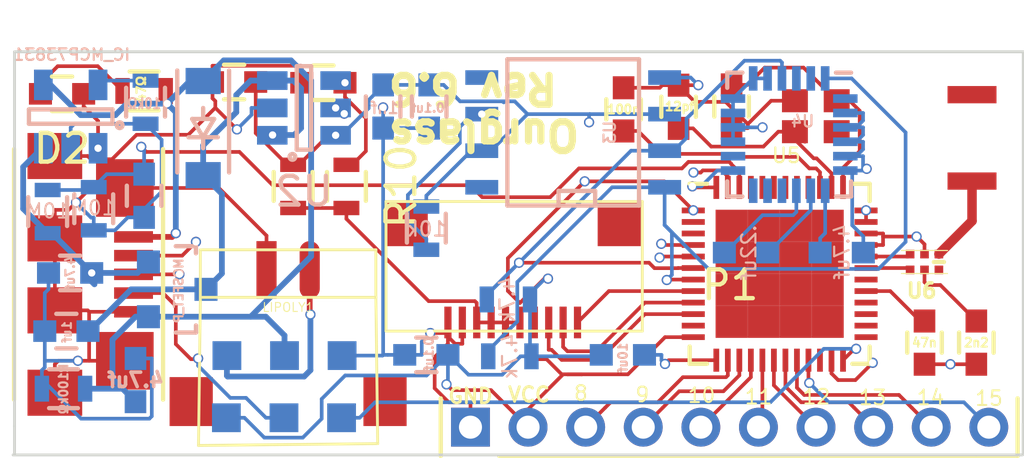
<source format=kicad_pcb>
(kicad_pcb (version 20171130) (host pcbnew "(5.1.12)-1")

  (general
    (thickness 1.6)
    (drawings 9)
    (tracks 632)
    (zones 0)
    (modules 43)
    (nets 42)
  )

  (page A4)
  (layers
    (0 F.Cu signal)
    (1 In1.Cu signal)
    (2 In2.Cu signal)
    (31 B.Cu signal)
    (32 B.Adhes user hide)
    (33 F.Adhes user)
    (34 B.Paste user hide)
    (35 F.Paste user hide)
    (36 B.SilkS user)
    (37 F.SilkS user)
    (38 B.Mask user)
    (39 F.Mask user)
    (40 Dwgs.User user)
    (41 Cmts.User user)
    (42 Eco1.User user)
    (43 Eco2.User user)
    (44 Edge.Cuts user)
    (45 Margin user)
    (46 B.CrtYd user)
    (47 F.CrtYd user)
    (48 B.Fab user)
    (49 F.Fab user)
  )

  (setup
    (last_trace_width 0.127)
    (trace_clearance 0.127)
    (zone_clearance 0.127)
    (zone_45_only yes)
    (trace_min 0.127)
    (via_size 0.355)
    (via_drill 0.254)
    (via_min_size 0.355)
    (via_min_drill 0.254)
    (uvia_size 0.3)
    (uvia_drill 0.1)
    (uvias_allowed no)
    (uvia_min_size 0.2)
    (uvia_min_drill 0.1)
    (edge_width 0.1)
    (segment_width 0.2)
    (pcb_text_width 0.3)
    (pcb_text_size 0.3 0.3)
    (mod_edge_width 0.15)
    (mod_text_size 0.4 0.4)
    (mod_text_width 0.075)
    (pad_size 1.5 2)
    (pad_drill 0)
    (pad_to_mask_clearance 0)
    (aux_axis_origin 0 0)
    (visible_elements 7FFFFFFF)
    (pcbplotparams
      (layerselection 0x010ff_80000007)
      (usegerberextensions true)
      (usegerberattributes true)
      (usegerberadvancedattributes true)
      (creategerberjobfile true)
      (excludeedgelayer true)
      (linewidth 0.100000)
      (plotframeref false)
      (viasonmask false)
      (mode 1)
      (useauxorigin false)
      (hpglpennumber 1)
      (hpglpenspeed 20)
      (hpglpendiameter 15.000000)
      (psnegative false)
      (psa4output false)
      (plotreference true)
      (plotvalue true)
      (plotinvisibletext false)
      (padsonsilk false)
      (subtractmaskfromsilk true)
      (outputformat 1)
      (mirror false)
      (drillshape 0)
      (scaleselection 1)
      (outputdirectory "../../gerbers-jan-9-2017/"))
  )

  (net 0 "")
  (net 1 GND)
  (net 2 "Net-(C5-Pad1)")
  (net 3 "Net-(C5-Pad2)")
  (net 4 "Net-(C6-Pad1)")
  (net 5 "Net-(D2-Pad2)")
  (net 6 "Net-(D2-Pad1)")
  (net 7 "Net-(R2-Pad1)")
  (net 8 "Net-(ANT1-Pad1)")
  (net 9 /TX)
  (net 10 /RX)
  (net 11 /Reset)
  (net 12 /EXTVCC)
  (net 13 /Regulator_In)
  (net 14 /VBAT)
  (net 15 /ClockINT)
  (net 16 /Accel_INT)
  (net 17 /XC2)
  (net 18 "Net-(C4-Pad1)")
  (net 19 /VCC)
  (net 20 "Net-(C9-Pad1)")
  (net 21 /XC1)
  (net 22 /BatterySense)
  (net 23 /Display_MOSI)
  (net 24 /Display_SCK)
  (net 25 /Display_SS)
  (net 26 /EX15)
  (net 27 /EX14)
  (net 28 /EX13)
  (net 29 /EX12)
  (net 30 /EX11)
  (net 31 /EX10)
  (net 32 /EX9)
  (net 33 /EX8)
  (net 34 /SCL)
  (net 35 /SDA)
  (net 36 /Bal1)
  (net 37 /Bal2)
  (net 38 "Net-(C11-Pad1)")
  (net 39 /SWDCLK)
  (net 40 /5v_VCC)
  (net 41 "Net-(J1-Pad5)")

  (net_class Default "This is the default net class."
    (clearance 0.127)
    (trace_width 0.127)
    (via_dia 0.355)
    (via_drill 0.254)
    (uvia_dia 0.3)
    (uvia_drill 0.1)
    (add_net /5v_VCC)
    (add_net /Accel_INT)
    (add_net /Bal1)
    (add_net /Bal2)
    (add_net /BatterySense)
    (add_net /ClockINT)
    (add_net /Display_MOSI)
    (add_net /Display_SCK)
    (add_net /Display_SS)
    (add_net /EX10)
    (add_net /EX11)
    (add_net /EX12)
    (add_net /EX13)
    (add_net /EX14)
    (add_net /EX15)
    (add_net /EX8)
    (add_net /EX9)
    (add_net /RX)
    (add_net /Reset)
    (add_net /SCL)
    (add_net /SDA)
    (add_net /SWDCLK)
    (add_net /TX)
    (add_net /VCC)
    (add_net /XC1)
    (add_net /XC2)
    (add_net GND)
    (add_net "Net-(C11-Pad1)")
    (add_net "Net-(C4-Pad1)")
    (add_net "Net-(C5-Pad1)")
    (add_net "Net-(C5-Pad2)")
    (add_net "Net-(C6-Pad1)")
    (add_net "Net-(C9-Pad1)")
    (add_net "Net-(D2-Pad1)")
    (add_net "Net-(D2-Pad2)")
    (add_net "Net-(J1-Pad5)")
    (add_net "Net-(R2-Pad1)")
  )

  (net_class 50ohm ""
    (clearance 0.127)
    (trace_width 0.33)
    (via_dia 0.355)
    (via_drill 0.254)
    (uvia_dia 0.3)
    (uvia_drill 0.1)
    (add_net "Net-(ANT1-Pad1)")
  )

  (net_class power ""
    (clearance 0.127)
    (trace_width 0.2)
    (via_dia 0.355)
    (via_drill 0.254)
    (uvia_dia 0.3)
    (uvia_drill 0.1)
    (add_net /EXTVCC)
    (add_net /Regulator_In)
    (add_net /VBAT)
  )

  (module Capacitors_SMD:C_0603 (layer B.Cu) (tedit 58071761) (tstamp 55AF1AFC)
    (at 135.175 94.025)
    (descr "Capacitor SMD 0603, reflow soldering, AVX (see smccp.pdf)")
    (tags "capacitor 0603")
    (path /5470F946)
    (attr smd)
    (fp_text reference C7 (at 6.26 -6.51) (layer B.SilkS) hide
      (effects (font (size 1 1) (thickness 0.15)) (justify mirror))
    )
    (fp_text value 10uf (at 0 0.1 90) (layer B.SilkS)
      (effects (font (size 0.3 0.3) (thickness 0.075)) (justify mirror))
    )
    (fp_line (start 1.45 0.75) (end 1.45 -0.75) (layer B.CrtYd) (width 0.05))
    (fp_line (start -1.45 0.75) (end -1.45 -0.75) (layer B.CrtYd) (width 0.05))
    (fp_line (start -1.45 -0.75) (end 1.45 -0.75) (layer B.CrtYd) (width 0.05))
    (fp_line (start -1.45 0.75) (end 1.45 0.75) (layer B.CrtYd) (width 0.05))
    (pad 1 smd rect (at -0.75 0) (size 0.8 0.75) (layers B.Cu B.Paste B.Mask)
      (net 19 /VCC))
    (pad 2 smd rect (at 0.75 0) (size 0.8 0.75) (layers B.Cu B.Paste B.Mask)
      (net 1 GND))
    (model Capacitors_SMD.3dshapes/C_0603.wrl
      (at (xyz 0 0 0))
      (scale (xyz 1 1 1))
      (rotate (xyz 0 0 0))
    )
  )

  (module watch-v4:omron_XF2M-1015-1A-2 (layer F.Cu) (tedit 57020490) (tstamp 55B03783)
    (at 131.35 91.9 180)
    (path /54711876)
    (fp_text reference J1 (at 0 3.5 180) (layer F.SilkS) hide
      (effects (font (size 1 1) (thickness 0.15)))
    )
    (fp_text value CONN_10 (at 0 -3.5 180) (layer F.Fab) hide
      (effects (font (size 1 1) (thickness 0.15)))
    )
    (fp_line (start -4.5 3.2) (end -4.5 -1.3) (layer F.SilkS) (width 0.1))
    (fp_line (start 4.4 3.2) (end -4.5 3.2) (layer F.SilkS) (width 0.1))
    (fp_line (start 4.4 -1.3) (end 4.4 3.2) (layer F.SilkS) (width 0.1))
    (fp_line (start -4.5 -1.3) (end 4.4 -1.3) (layer F.SilkS) (width 0.1))
    (pad "" smd rect (at -3.7 2.4 180) (size 1.5 1.5) (layers F.Cu F.Paste F.Mask))
    (pad 2 smd rect (at -1.75 -1 180) (size 0.25 1.1) (layers F.Cu F.Paste F.Mask)
      (net 23 /Display_MOSI))
    (pad 3 smd rect (at -1.25 -1 180) (size 0.25 1.1) (layers F.Cu F.Paste F.Mask)
      (net 24 /Display_SCK))
    (pad 4 smd rect (at -0.75 -1 180) (size 0.25 1.1) (layers F.Cu F.Paste F.Mask))
    (pad 5 smd rect (at -0.25 -1 180) (size 0.25 1.1) (layers F.Cu F.Paste F.Mask)
      (net 41 "Net-(J1-Pad5)"))
    (pad 6 smd rect (at 0.25 -1 180) (size 0.25 1.1) (layers F.Cu F.Paste F.Mask)
      (net 41 "Net-(J1-Pad5)"))
    (pad 7 smd rect (at 0.75 -1 180) (size 0.25 1.1) (layers F.Cu F.Paste F.Mask)
      (net 41 "Net-(J1-Pad5)"))
    (pad 8 smd rect (at 1.25 -1 180) (size 0.25 1.1) (layers F.Cu F.Paste F.Mask)
      (net 41 "Net-(J1-Pad5)"))
    (pad 9 smd rect (at 1.75 -1 180) (size 0.25 1.1) (layers F.Cu F.Paste F.Mask)
      (net 1 GND))
    (pad 10 smd rect (at 2.25 -1 180) (size 0.25 1.1) (layers F.Cu F.Paste F.Mask)
      (net 1 GND))
    (pad 1 smd rect (at -2.25 -1 180) (size 0.25 1.1) (layers F.Cu F.Paste F.Mask)
      (net 25 /Display_SS))
    (pad "" smd rect (at 3.7 2.4 180) (size 1.5 1.5) (layers F.Cu F.Paste F.Mask))
  )

  (module Housings_DFN_QFN:UQFN-48-1EP_6x6mm_Pitch0.4mm (layer F.Cu) (tedit 5885A293) (tstamp 55472629)
    (at 140.62 91.21)
    (descr "48-Lead Plastic Ultra Thin Quad Flat, No Lead Package (MV) - 6x6x0.5 mm Body [UQFN]; (see Microchip Packaging Specification 00000049BS.pdf)")
    (tags "QFN 0.4")
    (path /5500094D)
    (attr smd)
    (fp_text reference U5 (at 0.23 -4.11) (layer F.SilkS)
      (effects (font (size 0.51 0.5) (thickness 0.075)))
    )
    (fp_text value NRF51822 (at -22.195 -8.91) (layer F.Fab) hide
      (effects (font (size 1 1) (thickness 0.15)))
    )
    (fp_line (start 3.125 -3.125) (end 2.525 -3.125) (layer F.SilkS) (width 0.15))
    (fp_line (start 3.125 3.125) (end 2.525 3.125) (layer F.SilkS) (width 0.15))
    (fp_line (start -3.125 3.125) (end -2.525 3.125) (layer F.SilkS) (width 0.15))
    (fp_line (start -3.125 -3.125) (end -2.525 -3.125) (layer F.SilkS) (width 0.15))
    (fp_line (start 3.125 3.125) (end 3.125 2.525) (layer F.SilkS) (width 0.15))
    (fp_line (start -3.125 3.125) (end -3.125 2.525) (layer F.SilkS) (width 0.15))
    (fp_line (start 3.125 -3.125) (end 3.125 -2.525) (layer F.SilkS) (width 0.15))
    (fp_line (start -3.65 3.65) (end 3.65 3.65) (layer F.CrtYd) (width 0.05))
    (fp_line (start -3.65 -3.65) (end 3.65 -3.65) (layer F.CrtYd) (width 0.05))
    (fp_line (start 3.65 -3.65) (end 3.65 3.65) (layer F.CrtYd) (width 0.05))
    (fp_line (start -3.65 -3.65) (end -3.65 3.65) (layer F.CrtYd) (width 0.05))
    (pad 1 smd rect (at -3 -2.2) (size 0.8 0.2) (layers F.Cu F.Paste F.Mask)
      (net 19 /VCC))
    (pad 2 smd rect (at -3 -1.8) (size 0.8 0.2) (layers F.Cu F.Paste F.Mask))
    (pad 3 smd rect (at -3 -1.4) (size 0.8 0.2) (layers F.Cu F.Paste F.Mask))
    (pad 4 smd rect (at -3 -1) (size 0.8 0.2) (layers F.Cu F.Paste F.Mask)
      (net 9 /TX))
    (pad 5 smd rect (at -3 -0.6) (size 0.8 0.2) (layers F.Cu F.Paste F.Mask)
      (net 10 /RX))
    (pad 6 smd rect (at -3 -0.2) (size 0.8 0.2) (layers F.Cu F.Paste F.Mask)
      (net 34 /SCL))
    (pad 7 smd rect (at -3 0.2) (size 0.8 0.2) (layers F.Cu F.Paste F.Mask)
      (net 35 /SDA))
    (pad 8 smd rect (at -3 0.6) (size 0.8 0.2) (layers F.Cu F.Paste F.Mask)
      (net 25 /Display_SS))
    (pad 9 smd rect (at -3 1) (size 0.8 0.2) (layers F.Cu F.Paste F.Mask)
      (net 23 /Display_MOSI))
    (pad 10 smd rect (at -3 1.4) (size 0.8 0.2) (layers F.Cu F.Paste F.Mask)
      (net 24 /Display_SCK))
    (pad 11 smd rect (at -3 1.8) (size 0.8 0.2) (layers F.Cu F.Paste F.Mask))
    (pad 12 smd rect (at -3 2.2) (size 0.8 0.2) (layers F.Cu F.Paste F.Mask)
      (net 19 /VCC))
    (pad 13 smd rect (at -2.2 3 90) (size 0.8 0.2) (layers F.Cu F.Paste F.Mask)
      (net 1 GND))
    (pad 14 smd rect (at -1.8 3 90) (size 0.8 0.2) (layers F.Cu F.Paste F.Mask)
      (net 33 /EX8))
    (pad 15 smd rect (at -1.4 3 90) (size 0.8 0.2) (layers F.Cu F.Paste F.Mask)
      (net 32 /EX9))
    (pad 16 smd rect (at -1 3 90) (size 0.8 0.2) (layers F.Cu F.Paste F.Mask)
      (net 31 /EX10))
    (pad 17 smd rect (at -0.6 3 90) (size 0.8 0.2) (layers F.Cu F.Paste F.Mask)
      (net 30 /EX11))
    (pad 18 smd rect (at -0.2 3 90) (size 0.8 0.2) (layers F.Cu F.Paste F.Mask)
      (net 29 /EX12))
    (pad 19 smd rect (at 0.2 3 90) (size 0.8 0.2) (layers F.Cu F.Paste F.Mask)
      (net 28 /EX13))
    (pad 20 smd rect (at 0.6 3 90) (size 0.8 0.2) (layers F.Cu F.Paste F.Mask)
      (net 27 /EX14))
    (pad 21 smd rect (at 1 3 90) (size 0.8 0.2) (layers F.Cu F.Paste F.Mask)
      (net 26 /EX15))
    (pad 22 smd rect (at 1.4 3 90) (size 0.8 0.2) (layers F.Cu F.Paste F.Mask))
    (pad 23 smd rect (at 1.8 3 90) (size 0.8 0.2) (layers F.Cu F.Paste F.Mask)
      (net 11 /Reset))
    (pad 24 smd rect (at 2.2 3 90) (size 0.8 0.2) (layers F.Cu F.Paste F.Mask)
      (net 39 /SWDCLK))
    (pad 25 smd rect (at 3 2.2) (size 0.8 0.2) (layers F.Cu F.Paste F.Mask))
    (pad 26 smd rect (at 3 1.8) (size 0.8 0.2) (layers F.Cu F.Paste F.Mask))
    (pad 27 smd rect (at 3 1.4) (size 0.8 0.2) (layers F.Cu F.Paste F.Mask))
    (pad 28 smd rect (at 3 1) (size 0.8 0.2) (layers F.Cu F.Paste F.Mask))
    (pad 29 smd rect (at 3 0.6) (size 0.8 0.2) (layers F.Cu F.Paste F.Mask)
      (net 20 "Net-(C9-Pad1)"))
    (pad 30 smd rect (at 3 0.2) (size 0.8 0.2) (layers F.Cu F.Paste F.Mask))
    (pad 31 smd rect (at 3 -0.2) (size 0.8 0.2) (layers F.Cu F.Paste F.Mask)
      (net 36 /Bal1))
    (pad 32 smd rect (at 3 -0.6) (size 0.8 0.2) (layers F.Cu F.Paste F.Mask)
      (net 37 /Bal2))
    (pad 33 smd rect (at 3 -1) (size 0.8 0.2) (layers F.Cu F.Paste F.Mask)
      (net 1 GND) (solder_paste_margin_ratio -0.2))
    (pad 34 smd rect (at 3 -1.4) (size 0.8 0.2) (layers F.Cu F.Paste F.Mask)
      (net 1 GND))
    (pad 35 smd rect (at 3 -1.8) (size 0.8 0.2) (layers F.Cu F.Paste F.Mask)
      (net 19 /VCC))
    (pad 36 smd rect (at 3 -2.2) (size 0.8 0.2) (layers F.Cu F.Paste F.Mask)
      (net 19 /VCC))
    (pad 37 smd rect (at 2.2 -3 90) (size 0.8 0.2) (layers F.Cu F.Paste F.Mask)
      (net 17 /XC2))
    (pad 38 smd rect (at 1.8 -3 90) (size 0.8 0.2) (layers F.Cu F.Paste F.Mask)
      (net 21 /XC1))
    (pad 39 smd rect (at 1.4 -3 90) (size 0.8 0.2) (layers F.Cu F.Paste F.Mask)
      (net 18 "Net-(C4-Pad1)"))
    (pad 40 smd rect (at 1 -3 90) (size 0.8 0.2) (layers F.Cu F.Paste F.Mask))
    (pad 41 smd rect (at 0.6 -3 90) (size 0.8 0.2) (layers F.Cu F.Paste F.Mask))
    (pad 42 smd rect (at 0.2 -3 90) (size 0.8 0.2) (layers F.Cu F.Paste F.Mask))
    (pad 43 smd rect (at -0.2 -3 90) (size 0.8 0.2) (layers F.Cu F.Paste F.Mask))
    (pad 44 smd rect (at -0.6 -3 90) (size 0.8 0.2) (layers F.Cu F.Paste F.Mask))
    (pad 45 smd rect (at -1 -3 90) (size 0.8 0.2) (layers F.Cu F.Paste F.Mask))
    (pad 46 smd rect (at -1.4 -3 90) (size 0.8 0.2) (layers F.Cu F.Paste F.Mask)
      (net 22 /BatterySense))
    (pad 47 smd rect (at -1.8 -3 90) (size 0.8 0.2) (layers F.Cu F.Paste F.Mask)
      (net 15 /ClockINT))
    (pad 48 smd rect (at -2.2 -3 90) (size 0.8 0.2) (layers F.Cu F.Paste F.Mask)
      (net 16 /Accel_INT))
    (pad 49 smd rect (at 1.66875 1.66875) (size 1.1125 1.1125) (layers F.Cu F.Paste F.Mask)
      (solder_paste_margin_ratio -0.2))
    (pad 49 smd rect (at 1.66875 0.55625) (size 1.1125 1.1125) (layers F.Cu F.Paste F.Mask)
      (solder_paste_margin_ratio -0.2))
    (pad 49 smd rect (at 1.66875 -0.55625) (size 1.1125 1.1125) (layers F.Cu F.Paste F.Mask)
      (solder_paste_margin_ratio -0.2))
    (pad 49 smd rect (at 1.66875 -1.66875) (size 1.1125 1.1125) (layers F.Cu F.Paste F.Mask)
      (solder_paste_margin_ratio -0.2))
    (pad 49 smd rect (at 0.55625 1.66875) (size 1.1125 1.1125) (layers F.Cu F.Paste F.Mask)
      (solder_paste_margin_ratio -0.2))
    (pad 49 smd rect (at 0.55625 0.55625) (size 1.1125 1.1125) (layers F.Cu F.Paste F.Mask)
      (solder_paste_margin_ratio -0.2))
    (pad 49 smd rect (at 0.55625 -0.55625) (size 1.1125 1.1125) (layers F.Cu F.Paste F.Mask)
      (solder_paste_margin_ratio -0.2))
    (pad 49 smd rect (at 0.55625 -1.66875) (size 1.1125 1.1125) (layers F.Cu F.Paste F.Mask)
      (solder_paste_margin_ratio -0.2))
    (pad 49 smd rect (at -0.55625 1.66875) (size 1.1125 1.1125) (layers F.Cu F.Paste F.Mask)
      (solder_paste_margin_ratio -0.2))
    (pad 49 smd rect (at -0.55625 0.55625) (size 1.1125 1.1125) (layers F.Cu F.Paste F.Mask)
      (solder_paste_margin_ratio -0.2))
    (pad 49 smd rect (at -0.55625 -0.55625) (size 1.1125 1.1125) (layers F.Cu F.Paste F.Mask)
      (solder_paste_margin_ratio -0.2))
    (pad 49 smd rect (at -0.55625 -1.66875) (size 1.1125 1.1125) (layers F.Cu F.Paste F.Mask)
      (solder_paste_margin_ratio -0.2))
    (pad 49 smd rect (at -1.66875 1.66875) (size 1.1125 1.1125) (layers F.Cu F.Paste F.Mask)
      (solder_paste_margin_ratio -0.2))
    (pad 49 smd rect (at -1.66875 0.55625) (size 1.1125 1.1125) (layers F.Cu F.Paste F.Mask)
      (solder_paste_margin_ratio -0.2))
    (pad 49 smd rect (at -1.66875 -0.55625) (size 1.1125 1.1125) (layers F.Cu F.Paste F.Mask)
      (solder_paste_margin_ratio -0.2))
    (pad 49 smd rect (at -1.66875 -1.66875) (size 1.1125 1.1125) (layers F.Cu F.Paste F.Mask)
      (solder_paste_margin_ratio -0.2))
    (model Housings_DFN_QFN.3dshapes/UQFN-48-1EP_6x6mm_Pitch0.4mm.wrl
      (at (xyz 0 0 0))
      (scale (xyz 1 1 1))
      (rotate (xyz 0 0 0))
    )
  )

  (module Capacitors_SMD:C_0603 (layer B.Cu) (tedit 570D63DF) (tstamp 55B03346)
    (at 118.25 94.9 90)
    (descr "Capacitor SMD 0603, reflow soldering, AVX (see smccp.pdf)")
    (tags "capacitor 0603")
    (path /55AF0795)
    (attr smd)
    (fp_text reference C2 (at 0 1.9 90) (layer B.SilkS) hide
      (effects (font (size 1 1) (thickness 0.15)) (justify mirror))
    )
    (fp_text value 4.7uf (at 0 0) (layer B.SilkS)
      (effects (font (size 0.5 0.5) (thickness 0.125)) (justify mirror))
    )
    (fp_line (start 1.45 0.75) (end 1.45 -0.75) (layer B.CrtYd) (width 0.05))
    (fp_line (start -1.45 0.75) (end -1.45 -0.75) (layer B.CrtYd) (width 0.05))
    (fp_line (start -1.45 -0.75) (end 1.45 -0.75) (layer B.CrtYd) (width 0.05))
    (fp_line (start -1.45 0.75) (end 1.45 0.75) (layer B.CrtYd) (width 0.05))
    (pad 1 smd rect (at -0.75 0 90) (size 0.8 0.75) (layers B.Cu B.Paste B.Mask)
      (net 12 /EXTVCC))
    (pad 2 smd rect (at 0.75 0 90) (size 0.8 0.75) (layers B.Cu B.Paste B.Mask)
      (net 1 GND))
    (model Capacitors_SMD.3dshapes/C_0603.wrl
      (at (xyz 0 0 0))
      (scale (xyz 1 1 1))
      (rotate (xyz 0 0 0))
    )
  )

  (module Resistors_SMD:R_0603 (layer B.Cu) (tedit 5885A29B) (tstamp 55AF1B5F)
    (at 131.2 92.1)
    (descr "Resistor SMD 0603, reflow soldering, Vishay (see dcrcw.pdf)")
    (tags "resistor 0603")
    (path /546F5EEA)
    (attr smd)
    (fp_text reference R5 (at -12.5 -10.5) (layer B.SilkS) hide
      (effects (font (size 1 1) (thickness 0.15)) (justify mirror))
    )
    (fp_text value 4.7k (at -0.04 0.01 270) (layer B.SilkS)
      (effects (font (size 0.5 0.5) (thickness 0.075)) (justify mirror))
    )
    (fp_line (start 1.3 0.8) (end 1.3 -0.8) (layer B.CrtYd) (width 0.05))
    (fp_line (start -1.3 0.8) (end -1.3 -0.8) (layer B.CrtYd) (width 0.05))
    (fp_line (start -1.3 -0.8) (end 1.3 -0.8) (layer B.CrtYd) (width 0.05))
    (fp_line (start -1.3 0.8) (end 1.3 0.8) (layer B.CrtYd) (width 0.05))
    (pad 1 smd rect (at -0.75 0) (size 0.5 0.9) (layers B.Cu B.Paste B.Mask)
      (net 34 /SCL))
    (pad 2 smd rect (at 0.75 0) (size 0.5 0.9) (layers B.Cu B.Paste B.Mask)
      (net 19 /VCC))
    (model Resistors_SMD.3dshapes/R_0603.wrl
      (at (xyz 0 0 0))
      (scale (xyz 1 1 1))
      (rotate (xyz 0 0 0))
    )
  )

  (module Resistors_SMD:R_0603 (layer B.Cu) (tedit 5885A2AA) (tstamp 55AF1B6A)
    (at 131.25 94.075)
    (descr "Resistor SMD 0603, reflow soldering, Vishay (see dcrcw.pdf)")
    (tags "resistor 0603")
    (path /546F5F08)
    (attr smd)
    (fp_text reference R6 (at -3.275 -12.125) (layer B.SilkS) hide
      (effects (font (size 0.4 0.4) (thickness 0.075)) (justify mirror))
    )
    (fp_text value 4.7k (at 0 0 270) (layer B.SilkS)
      (effects (font (size 0.5 0.5) (thickness 0.075)) (justify mirror))
    )
    (fp_line (start 1.3 0.8) (end 1.3 -0.8) (layer B.CrtYd) (width 0.05))
    (fp_line (start -1.3 0.8) (end -1.3 -0.8) (layer B.CrtYd) (width 0.05))
    (fp_line (start -1.3 -0.8) (end 1.3 -0.8) (layer B.CrtYd) (width 0.05))
    (fp_line (start -1.3 0.8) (end 1.3 0.8) (layer B.CrtYd) (width 0.05))
    (pad 1 smd rect (at -0.75 0) (size 0.5 0.9) (layers B.Cu B.Paste B.Mask)
      (net 35 /SDA))
    (pad 2 smd rect (at 0.75 0) (size 0.5 0.9) (layers B.Cu B.Paste B.Mask)
      (net 19 /VCC))
    (model Resistors_SMD.3dshapes/R_0603.wrl
      (at (xyz 0 0 0))
      (scale (xyz 1 1 1))
      (rotate (xyz 0 0 0))
    )
  )

  (module Capacitors_SMD:C_0603 (layer B.Cu) (tedit 58071731) (tstamp 55AF1AE6)
    (at 139.45 90.475)
    (descr "Capacitor SMD 0603, reflow soldering, AVX (see smccp.pdf)")
    (tags "capacitor 0603")
    (path /5470F658)
    (attr smd)
    (fp_text reference C5 (at 0 1.9) (layer B.SilkS) hide
      (effects (font (size 1 1) (thickness 0.15)) (justify mirror))
    )
    (fp_text value .22uf (at 0.1 0 90) (layer B.SilkS)
      (effects (font (size 0.5 0.5) (thickness 0.075)) (justify mirror))
    )
    (fp_line (start 1.45 0.75) (end 1.45 -0.75) (layer B.CrtYd) (width 0.05))
    (fp_line (start -1.45 0.75) (end -1.45 -0.75) (layer B.CrtYd) (width 0.05))
    (fp_line (start -1.45 -0.75) (end 1.45 -0.75) (layer B.CrtYd) (width 0.05))
    (fp_line (start -1.45 0.75) (end 1.45 0.75) (layer B.CrtYd) (width 0.05))
    (pad 1 smd rect (at -0.75 0) (size 0.8 0.75) (layers B.Cu B.Paste B.Mask)
      (net 2 "Net-(C5-Pad1)"))
    (pad 2 smd rect (at 0.75 0) (size 0.8 0.75) (layers B.Cu B.Paste B.Mask)
      (net 3 "Net-(C5-Pad2)"))
    (model Capacitors_SMD.3dshapes/C_0603.wrl
      (at (xyz 0 0 0))
      (scale (xyz 1 1 1))
      (rotate (xyz 0 0 0))
    )
  )

  (module Capacitors_SMD:C_0603 (layer B.Cu) (tedit 5809A7FA) (tstamp 55AF1AF1)
    (at 142.775 90.475)
    (descr "Capacitor SMD 0603, reflow soldering, AVX (see smccp.pdf)")
    (tags "capacitor 0603")
    (path /5470F78B)
    (attr smd)
    (fp_text reference C6 (at 0 1.9) (layer B.SilkS) hide
      (effects (font (size 1 1) (thickness 0.15)) (justify mirror))
    )
    (fp_text value 4.7uf (at 0.01 -0.03 90) (layer B.SilkS)
      (effects (font (size 0.5 0.5) (thickness 0.075)) (justify mirror))
    )
    (fp_line (start 1.45 0.75) (end 1.45 -0.75) (layer B.CrtYd) (width 0.05))
    (fp_line (start -1.45 0.75) (end -1.45 -0.75) (layer B.CrtYd) (width 0.05))
    (fp_line (start -1.45 -0.75) (end 1.45 -0.75) (layer B.CrtYd) (width 0.05))
    (fp_line (start -1.45 0.75) (end 1.45 0.75) (layer B.CrtYd) (width 0.05))
    (pad 1 smd rect (at -0.75 0) (size 0.8 0.75) (layers B.Cu B.Paste B.Mask)
      (net 4 "Net-(C6-Pad1)"))
    (pad 2 smd rect (at 0.75 0) (size 0.8 0.75) (layers B.Cu B.Paste B.Mask)
      (net 1 GND))
    (model Capacitors_SMD.3dshapes/C_0603.wrl
      (at (xyz 0 0 0))
      (scale (xyz 1 1 1))
      (rotate (xyz 0 0 0))
    )
  )

  (module Diodes_SMD:SOD-123 (layer B.Cu) (tedit 55B03F31) (tstamp 55AF2EC7)
    (at 120.6 86.15 270)
    (descr SOD-123)
    (tags SOD-123)
    (path /546DA185)
    (attr smd)
    (fp_text reference D1 (at 0 2 270) (layer B.SilkS) hide
      (effects (font (size 1 1) (thickness 0.15)) (justify mirror))
    )
    (fp_text value DIODESCH (at 0 -2.1 270) (layer B.Fab) hide
      (effects (font (size 1 1) (thickness 0.15)) (justify mirror))
    )
    (fp_line (start -2 0.9) (end 1.54 0.9) (layer B.SilkS) (width 0.15))
    (fp_line (start -2 -0.9) (end 1.54 -0.9) (layer B.SilkS) (width 0.15))
    (fp_line (start -2.25 1.05) (end -2.25 -1.05) (layer B.CrtYd) (width 0.05))
    (fp_line (start 2.25 -1.05) (end -2.25 -1.05) (layer B.CrtYd) (width 0.05))
    (fp_line (start 2.25 1.05) (end 2.25 -1.05) (layer B.CrtYd) (width 0.05))
    (fp_line (start -2.25 1.05) (end 2.25 1.05) (layer B.CrtYd) (width 0.05))
    (fp_line (start 0.3175 -0.508) (end 0.3175 0.508) (layer B.SilkS) (width 0.15))
    (fp_line (start -0.3175 0.381) (end 0.3175 0) (layer B.SilkS) (width 0.15))
    (fp_line (start -0.3175 -0.381) (end -0.3175 0.381) (layer B.SilkS) (width 0.15))
    (fp_line (start 0.3175 0) (end -0.3175 -0.381) (layer B.SilkS) (width 0.15))
    (fp_line (start 0.6985 0) (end 0.3175 0) (layer B.SilkS) (width 0.15))
    (fp_line (start -0.3175 0) (end -0.6985 0) (layer B.SilkS) (width 0.15))
    (pad 1 smd rect (at -1.635 0 270) (size 0.91 1.22) (layers B.Cu B.Paste B.Mask)
      (net 12 /EXTVCC))
    (pad 2 smd rect (at 1.635 0 270) (size 0.91 1.22) (layers B.Cu B.Paste B.Mask)
      (net 13 /Regulator_In))
  )

  (module Housings_SOT-23_SOT-143_TSOT-6:SOT-23 (layer B.Cu) (tedit 5804639E) (tstamp 55458C5C)
    (at 119.7 91.75 90)
    (descr "SOT-23, Standard")
    (tags SOT-23)
    (path /546DA02D)
    (attr smd)
    (fp_text reference Q1 (at 0 2.25 90) (layer B.SilkS) hide
      (effects (font (size 1 1) (thickness 0.15)) (justify mirror))
    )
    (fp_text value MOSFET_P (at -0.05 0.05 90) (layer B.SilkS)
      (effects (font (size 0.3 0.3) (thickness 0.075)) (justify mirror))
    )
    (fp_line (start 1.49982 0.65024) (end 1.49982 -0.0508) (layer B.SilkS) (width 0.15))
    (fp_line (start 1.29916 0.65024) (end 1.49982 0.65024) (layer B.SilkS) (width 0.15))
    (fp_line (start -1.49982 0.65024) (end -1.2509 0.65024) (layer B.SilkS) (width 0.15))
    (fp_line (start -1.49982 -0.0508) (end -1.49982 0.65024) (layer B.SilkS) (width 0.15))
    (fp_line (start 1.29916 0.65024) (end 1.2509 0.65024) (layer B.SilkS) (width 0.15))
    (fp_line (start -1.65 -1.6) (end -1.65 1.6) (layer B.CrtYd) (width 0.05))
    (fp_line (start 1.65 -1.6) (end -1.65 -1.6) (layer B.CrtYd) (width 0.05))
    (fp_line (start 1.65 1.6) (end 1.65 -1.6) (layer B.CrtYd) (width 0.05))
    (fp_line (start -1.65 1.6) (end 1.65 1.6) (layer B.CrtYd) (width 0.05))
    (pad 1 smd rect (at -0.95 -1.00076 90) (size 0.8001 0.8001) (layers B.Cu B.Paste B.Mask)
      (net 12 /EXTVCC))
    (pad 2 smd rect (at 0.95 -1.00076 90) (size 0.8001 0.8001) (layers B.Cu B.Paste B.Mask)
      (net 14 /VBAT))
    (pad 3 smd rect (at 0 0.99822 90) (size 0.8001 0.8001) (layers B.Cu B.Paste B.Mask)
      (net 13 /Regulator_In))
    (model Housings_SOT-23_SOT-143_TSOT-6.3dshapes/SOT-23.wrl
      (at (xyz 0 0 0))
      (scale (xyz 1 1 1))
      (rotate (xyz 0 0 0))
    )
  )

  (module SMD_Packages:SOIC-8-N (layer B.Cu) (tedit 55B03DF2) (tstamp 55458CAB)
    (at 133.45 86.3 90)
    (descr "Module Narrow CMS SOJ 8 pins large")
    (tags "CMS SOJ")
    (path /546F5D09)
    (attr smd)
    (fp_text reference U3 (at 0 1.27 90) (layer B.SilkS)
      (effects (font (size 0.4 0.4) (thickness 0.075)) (justify mirror))
    )
    (fp_text value DS3231 (at 0 -1.27 90) (layer B.Fab) hide
      (effects (font (size 1 1) (thickness 0.15)) (justify mirror))
    )
    (fp_line (start -2.032 -0.508) (end -2.54 -0.508) (layer B.SilkS) (width 0.15))
    (fp_line (start -2.032 0.762) (end -2.032 -0.508) (layer B.SilkS) (width 0.15))
    (fp_line (start -2.54 0.762) (end -2.032 0.762) (layer B.SilkS) (width 0.15))
    (fp_line (start -2.54 -2.286) (end -2.54 2.286) (layer B.SilkS) (width 0.15))
    (fp_line (start 2.54 -2.286) (end -2.54 -2.286) (layer B.SilkS) (width 0.15))
    (fp_line (start 2.54 2.286) (end 2.54 -2.286) (layer B.SilkS) (width 0.15))
    (fp_line (start -2.54 2.286) (end 2.54 2.286) (layer B.SilkS) (width 0.15))
    (pad 8 smd rect (at -1.905 3.175 90) (size 0.508 1.143) (layers B.Cu B.Paste B.Mask)
      (net 35 /SDA))
    (pad 7 smd rect (at -0.635 3.175 90) (size 0.508 1.143) (layers B.Cu B.Paste B.Mask)
      (net 34 /SCL))
    (pad 6 smd rect (at 0.635 3.175 90) (size 0.508 1.143) (layers B.Cu B.Paste B.Mask)
      (net 19 /VCC))
    (pad 5 smd rect (at 1.905 3.175 90) (size 0.508 1.143) (layers B.Cu B.Paste B.Mask)
      (net 1 GND))
    (pad 4 smd rect (at 1.905 -3.175 90) (size 0.508 1.143) (layers B.Cu B.Paste B.Mask))
    (pad 3 smd rect (at 0.635 -3.175 90) (size 0.508 1.143) (layers B.Cu B.Paste B.Mask)
      (net 15 /ClockINT))
    (pad 2 smd rect (at -0.635 -3.175 90) (size 0.508 1.143) (layers B.Cu B.Paste B.Mask)
      (net 19 /VCC))
    (pad 1 smd rect (at -1.905 -3.175 90) (size 0.508 1.143) (layers B.Cu B.Paste B.Mask))
    (model SMD_Packages.3dshapes/SOIC-8-N.wrl
      (at (xyz 0 0 0))
      (scale (xyz 0.5 0.38 0.5))
      (rotate (xyz 0 0 0))
    )
  )

  (module Housings_SOT-23_SOT-143_TSOT-6:SOT-23-5 (layer B.Cu) (tedit 570D642C) (tstamp 55471B8D)
    (at 116 85.75 90)
    (descr "5-pin SOT23 package")
    (tags SOT-23-5)
    (path /546D99EE)
    (attr smd)
    (fp_text reference U1 (at -0.05 2.55) (layer B.SilkS) hide
      (effects (font (size 1 1) (thickness 0.15)) (justify mirror))
    )
    (fp_text value IC_MCP73831 (at 2.15 0.03) (layer B.SilkS)
      (effects (font (size 0.4 0.4) (thickness 0.075)) (justify mirror))
    )
    (fp_circle (center -0.3 1.7) (end -0.2 1.7) (layer B.SilkS) (width 0.15))
    (fp_line (start -0.25 1.45) (end -0.25 -1.45) (layer B.SilkS) (width 0.15))
    (fp_line (start -0.25 -1.45) (end 0.25 -1.45) (layer B.SilkS) (width 0.15))
    (fp_line (start 0.25 -1.45) (end 0.25 1.45) (layer B.SilkS) (width 0.15))
    (fp_line (start 0.25 1.45) (end -0.25 1.45) (layer B.SilkS) (width 0.15))
    (fp_line (start -1.8 -1.6) (end -1.8 1.6) (layer B.CrtYd) (width 0.05))
    (fp_line (start 1.8 -1.6) (end -1.8 -1.6) (layer B.CrtYd) (width 0.05))
    (fp_line (start 1.8 1.6) (end 1.8 -1.6) (layer B.CrtYd) (width 0.05))
    (fp_line (start -1.8 1.6) (end 1.8 1.6) (layer B.CrtYd) (width 0.05))
    (pad 1 smd rect (at -1.1 0.95 90) (size 1.06 0.65) (layers B.Cu B.Paste B.Mask)
      (net 6 "Net-(D2-Pad1)"))
    (pad 2 smd rect (at -1.1 0 90) (size 1.06 0.65) (layers B.Cu B.Paste B.Mask)
      (net 1 GND))
    (pad 3 smd rect (at -1.1 -0.95 90) (size 1.06 0.65) (layers B.Cu B.Paste B.Mask)
      (net 14 /VBAT))
    (pad 4 smd rect (at 1.1 -0.95 90) (size 1.06 0.65) (layers B.Cu B.Paste B.Mask)
      (net 12 /EXTVCC))
    (pad 5 smd rect (at 1.1 0.95 90) (size 1.06 0.65) (layers B.Cu B.Paste B.Mask)
      (net 7 "Net-(R2-Pad1)"))
    (model Housings_SOT-23_SOT-143_TSOT-6.3dshapes/SOT-23-5.wrl
      (at (xyz 0 0 0))
      (scale (xyz 0.11 0.11 0.11))
      (rotate (xyz 0 0 90))
    )
  )

  (module watch-v4:QFN-24-NO-CENTER4x4mm_Pitch0.5mm (layer B.Cu) (tedit 57020D1B) (tstamp 5547C1A3)
    (at 140.95 86.375 180)
    (descr "24-Lead Plastic Quad Flat, No Lead Package (MJ) - 4x4x0.9 mm Body [QFN]; (see Microchip Packaging Specification 00000049BS.pdf)")
    (tags "QFN 0.5")
    (path /5470F150)
    (attr smd)
    (fp_text reference U4 (at -0.47 0.46 180) (layer B.SilkS)
      (effects (font (size 0.4 0.4) (thickness 0.075)) (justify mirror))
    )
    (fp_text value LSM9DS0 (at 0 -3.375 180) (layer B.Fab) hide
      (effects (font (size 1 1) (thickness 0.15)) (justify mirror))
    )
    (fp_line (start 2.15 2.15) (end 1.625 2.15) (layer B.SilkS) (width 0.15))
    (fp_line (start 2.15 -2.15) (end 1.625 -2.15) (layer B.SilkS) (width 0.15))
    (fp_line (start -2.15 -2.15) (end -1.625 -2.15) (layer B.SilkS) (width 0.15))
    (fp_line (start -2.15 2.15) (end -1.625 2.15) (layer B.SilkS) (width 0.15))
    (fp_line (start 2.15 -2.15) (end 2.15 -1.625) (layer B.SilkS) (width 0.15))
    (fp_line (start -2.15 -2.15) (end -2.15 -1.625) (layer B.SilkS) (width 0.15))
    (fp_line (start 2.15 2.15) (end 2.15 1.625) (layer B.SilkS) (width 0.15))
    (fp_line (start -2.65 -2.65) (end 2.65 -2.65) (layer B.CrtYd) (width 0.05))
    (fp_line (start -2.65 2.65) (end 2.65 2.65) (layer B.CrtYd) (width 0.05))
    (fp_line (start 2.65 2.65) (end 2.65 -2.65) (layer B.CrtYd) (width 0.05))
    (fp_line (start -2.65 2.65) (end -2.65 -2.65) (layer B.CrtYd) (width 0.05))
    (pad 1 smd rect (at -1.95 1.25 180) (size 0.85 0.3) (layers B.Cu B.Paste B.Mask))
    (pad 2 smd rect (at -1.95 0.75 180) (size 0.85 0.3) (layers B.Cu B.Paste B.Mask)
      (net 1 GND))
    (pad 3 smd rect (at -1.95 0.25 180) (size 0.85 0.3) (layers B.Cu B.Paste B.Mask)
      (net 1 GND))
    (pad 4 smd rect (at -1.95 -0.25 180) (size 0.85 0.3) (layers B.Cu B.Paste B.Mask)
      (net 1 GND))
    (pad 5 smd rect (at -1.95 -0.75 180) (size 0.85 0.3) (layers B.Cu B.Paste B.Mask)
      (net 1 GND))
    (pad 6 smd rect (at -1.95 -1.25 180) (size 0.85 0.3) (layers B.Cu B.Paste B.Mask)
      (net 1 GND))
    (pad 7 smd rect (at -1.25 -1.95 90) (size 0.85 0.3) (layers B.Cu B.Paste B.Mask)
      (net 4 "Net-(C6-Pad1)"))
    (pad 8 smd rect (at -0.75 -1.95 90) (size 0.85 0.3) (layers B.Cu B.Paste B.Mask)
      (net 3 "Net-(C5-Pad2)"))
    (pad 9 smd rect (at -0.25 -1.95 90) (size 0.85 0.3) (layers B.Cu B.Paste B.Mask)
      (net 2 "Net-(C5-Pad1)"))
    (pad 10 smd rect (at 0.25 -1.95 90) (size 0.85 0.3) (layers B.Cu B.Paste B.Mask))
    (pad 11 smd rect (at 0.75 -1.95 90) (size 0.85 0.3) (layers B.Cu B.Paste B.Mask))
    (pad 12 smd rect (at 1.25 -1.95 90) (size 0.85 0.3) (layers B.Cu B.Paste B.Mask))
    (pad 13 smd rect (at 1.95 -1.25 180) (size 0.85 0.3) (layers B.Cu B.Paste B.Mask)
      (net 16 /Accel_INT))
    (pad 14 smd rect (at 1.95 -0.75 180) (size 0.85 0.3) (layers B.Cu B.Paste B.Mask))
    (pad 15 smd rect (at 1.95 -0.25 180) (size 0.85 0.3) (layers B.Cu B.Paste B.Mask)
      (net 19 /VCC))
    (pad 16 smd rect (at 1.95 0.25 180) (size 0.85 0.3) (layers B.Cu B.Paste B.Mask)
      (net 19 /VCC))
    (pad 17 smd rect (at 1.95 0.75 180) (size 0.85 0.3) (layers B.Cu B.Paste B.Mask)
      (net 19 /VCC))
    (pad 18 smd rect (at 1.95 1.25 180) (size 0.85 0.3) (layers B.Cu B.Paste B.Mask)
      (net 19 /VCC))
    (pad 19 smd rect (at 1.25 1.95 90) (size 0.85 0.3) (layers B.Cu B.Paste B.Mask)
      (net 19 /VCC))
    (pad 20 smd rect (at 0.75 1.95 90) (size 0.85 0.3) (layers B.Cu B.Paste B.Mask)
      (net 19 /VCC))
    (pad 21 smd rect (at 0.25 1.95 90) (size 0.85 0.3) (layers B.Cu B.Paste B.Mask)
      (net 34 /SCL) (solder_paste_margin_ratio -0.2))
    (pad 22 smd rect (at -0.25 1.95 90) (size 0.85 0.3) (layers B.Cu B.Paste B.Mask))
    (pad 23 smd rect (at -0.75 1.95 90) (size 0.85 0.3) (layers B.Cu B.Paste B.Mask))
    (pad 24 smd rect (at -1.25 1.95 90) (size 0.85 0.3) (layers B.Cu B.Paste B.Mask)
      (net 35 /SDA))
    (model Housings_DFN_QFN.3dshapes/QFN-24-1EP_4x4mm_Pitch0.5mm.wrl
      (at (xyz 0 0 0))
      (scale (xyz 1 1 1))
      (rotate (xyz 0 0 0))
    )
  )

  (module watch-v4:USB_Micro-B (layer F.Cu) (tedit 5885A298) (tstamp 55490813)
    (at 116.62 91.23 270)
    (descr "Micro USB Type B Receptacle")
    (tags "USB USB_B USB_micro USB_OTG")
    (path /550BB9F9)
    (attr smd)
    (fp_text reference XL1 (at 0 -3.75 270) (layer F.SilkS) hide
      (effects (font (size 0.5 0.5) (thickness 0.1)))
    )
    (fp_text value USB_MICRO_B (at -10.005 -2.48) (layer F.Fab) hide
      (effects (font (size 0.5 0.5) (thickness 0.1)))
    )
    (fp_line (start 4.3491 2.58746) (end -4.3509 2.58746) (layer F.SilkS) (width 0.15))
    (fp_line (start -4.3509 -2.58754) (end 4.3491 -2.58754) (layer F.SilkS) (width 0.15))
    (fp_line (start 4.6 3.05) (end -4.6 3.05) (layer F.CrtYd) (width 0.05))
    (fp_line (start -4.6 -2.8) (end 4.6 -2.8) (layer F.CrtYd) (width 0.05))
    (pad 5 smd rect (at 1.25 1.17 270) (size 1.6 1.9) (layers F.Cu F.Paste F.Mask)
      (net 1 GND))
    (pad 5 smd rect (at -1.25 1.17 270) (size 1.6 1.9) (layers F.Cu F.Paste F.Mask)
      (net 1 GND))
    (pad 5 smd rect (at 4.11 1.17 270) (size 1.6 1.9) (layers F.Cu F.Paste F.Mask)
      (net 1 GND))
    (pad 5 smd rect (at 3 -1.26 270) (size 2 2) (layers F.Cu F.Paste F.Mask)
      (net 1 GND))
    (pad 1 smd rect (at -1.3009 -1.56254) (size 1.35 0.4) (layers F.Cu F.Paste F.Mask)
      (net 12 /EXTVCC))
    (pad 2 smd rect (at -0.6509 -1.56254) (size 1.35 0.4) (layers F.Cu F.Paste F.Mask)
      (net 9 /TX))
    (pad 3 smd rect (at -0.0009 -1.56254) (size 1.35 0.4) (layers F.Cu F.Paste F.Mask)
      (net 10 /RX))
    (pad 4 smd rect (at 0.6491 -1.56254) (size 1.35 0.4) (layers F.Cu F.Paste F.Mask)
      (net 11 /Reset))
    (pad 5 smd rect (at 1.2991 -1.56254) (size 1.35 0.4) (layers F.Cu F.Paste F.Mask)
      (net 1 GND))
    (pad 5 smd rect (at -3 -1.26 270) (size 2 2) (layers F.Cu F.Paste F.Mask)
      (net 1 GND))
    (pad 5 smd rect (at -4.11 1.17 270) (size 1.6 1.9) (layers F.Cu F.Paste F.Mask)
      (net 1 GND))
  )

  (module watch-v4:SMD-Crystal (layer F.Cu) (tedit 5885A2A6) (tstamp 557DFD4B)
    (at 142.75 85.1 180)
    (path /5501416D)
    (fp_text reference X1 (at 0.25 2.35 180) (layer F.SilkS) hide
      (effects (font (size 0.5 0.5) (thickness 0.125)))
    )
    (fp_text value 16mhz (at 2.3 2.275) (layer F.Fab) hide
      (effects (font (size 0.5 0.5) (thickness 0.125)))
    )
    (pad 2 smd rect (at 1.6 -0.1 180) (size 0.9 0.8) (layers F.Cu F.Paste F.Mask)
      (net 1 GND))
    (pad 1 smd rect (at 0.15 -0.1 180) (size 0.9 0.8) (layers F.Cu F.Paste F.Mask)
      (net 17 /XC2))
    (pad 3 smd rect (at 1.6 -1.175 180) (size 0.9 0.8) (layers F.Cu F.Paste F.Mask)
      (net 21 /XC1))
    (pad 4 smd rect (at 0.15 -1.175 180) (size 0.9 0.8) (layers F.Cu F.Paste F.Mask))
  )

  (module Capacitors_SMD:C_0603 (layer B.Cu) (tedit 58071756) (tstamp 55AF1B07)
    (at 128.35 94.025 180)
    (descr "Capacitor SMD 0603, reflow soldering, AVX (see smccp.pdf)")
    (tags "capacitor 0603")
    (path /5470F955)
    (attr smd)
    (fp_text reference C8 (at -5.03316 3.8947 180) (layer B.SilkS) hide
      (effects (font (size 1 1) (thickness 0.15)) (justify mirror))
    )
    (fp_text value 0.1uf (at -0.09 0.03 270) (layer B.SilkS)
      (effects (font (size 0.3 0.3) (thickness 0.075)) (justify mirror))
    )
    (fp_line (start 0.35 -0.6) (end -0.35 -0.6) (layer B.SilkS) (width 0.15))
    (fp_line (start -0.35 0.6) (end 0.35 0.6) (layer B.SilkS) (width 0.15))
    (fp_line (start 1.45 0.75) (end 1.45 -0.75) (layer B.CrtYd) (width 0.05))
    (fp_line (start -1.45 0.75) (end -1.45 -0.75) (layer B.CrtYd) (width 0.05))
    (fp_line (start -1.45 -0.75) (end 1.45 -0.75) (layer B.CrtYd) (width 0.05))
    (fp_line (start -1.45 0.75) (end 1.45 0.75) (layer B.CrtYd) (width 0.05))
    (pad 1 smd rect (at -0.75 0 180) (size 0.8 0.75) (layers B.Cu B.Paste B.Mask)
      (net 19 /VCC))
    (pad 2 smd rect (at 0.75 0 180) (size 0.8 0.75) (layers B.Cu B.Paste B.Mask)
      (net 1 GND))
    (model Capacitors_SMD.3dshapes/C_0603.wrl
      (at (xyz 0 0 0))
      (scale (xyz 1 1 1))
      (rotate (xyz 0 0 0))
    )
  )

  (module Capacitors_SMD:C_0603 (layer F.Cu) (tedit 5885A2A2) (tstamp 55AF1B12)
    (at 137.11 85.41 90)
    (descr "Capacitor SMD 0603, reflow soldering, AVX (see smccp.pdf)")
    (tags "capacitor 0603")
    (path /5500DAAA)
    (attr smd)
    (fp_text reference C10 (at 3.785 -19.16 90) (layer F.SilkS) hide
      (effects (font (size 1 1) (thickness 0.15)))
    )
    (fp_text value 12pf (at 0.01 0.04 180) (layer F.SilkS)
      (effects (font (size 0.3 0.3) (thickness 0.075)))
    )
    (fp_line (start 0.35 0.6) (end -0.35 0.6) (layer F.SilkS) (width 0.15))
    (fp_line (start -0.35 -0.6) (end 0.35 -0.6) (layer F.SilkS) (width 0.15))
    (fp_line (start 1.45 -0.75) (end 1.45 0.75) (layer F.CrtYd) (width 0.05))
    (fp_line (start -1.45 -0.75) (end -1.45 0.75) (layer F.CrtYd) (width 0.05))
    (fp_line (start -1.45 0.75) (end 1.45 0.75) (layer F.CrtYd) (width 0.05))
    (fp_line (start -1.45 -0.75) (end 1.45 -0.75) (layer F.CrtYd) (width 0.05))
    (pad 1 smd rect (at -0.75 0 90) (size 0.8 0.75) (layers F.Cu F.Paste F.Mask)
      (net 21 /XC1))
    (pad 2 smd rect (at 0.75 0 90) (size 0.8 0.75) (layers F.Cu F.Paste F.Mask)
      (net 1 GND))
    (model Capacitors_SMD.3dshapes/C_0603.wrl
      (at (xyz 0 0 0))
      (scale (xyz 1 1 1))
      (rotate (xyz 0 0 0))
    )
  )

  (module Capacitors_SMD:C_0603 (layer B.Cu) (tedit 5885A29F) (tstamp 55AF1B28)
    (at 128.45 85.4 90)
    (descr "Capacitor SMD 0603, reflow soldering, AVX (see smccp.pdf)")
    (tags "capacitor 0603")
    (path /550BC16E)
    (attr smd)
    (fp_text reference C13 (at 3.65 -8.975 90) (layer B.SilkS) hide
      (effects (font (size 1 1) (thickness 0.15)) (justify mirror))
    )
    (fp_text value 0.1uf (at -0.05 -0.05 180) (layer B.SilkS)
      (effects (font (size 0.3 0.3) (thickness 0.075)) (justify mirror))
    )
    (fp_line (start 0.35 -0.6) (end -0.35 -0.6) (layer B.SilkS) (width 0.15))
    (fp_line (start -0.35 0.6) (end 0.35 0.6) (layer B.SilkS) (width 0.15))
    (fp_line (start 1.45 0.75) (end 1.45 -0.75) (layer B.CrtYd) (width 0.05))
    (fp_line (start -1.45 0.75) (end -1.45 -0.75) (layer B.CrtYd) (width 0.05))
    (fp_line (start -1.45 -0.75) (end 1.45 -0.75) (layer B.CrtYd) (width 0.05))
    (fp_line (start -1.45 0.75) (end 1.45 0.75) (layer B.CrtYd) (width 0.05))
    (pad 1 smd rect (at -0.75 0 90) (size 0.8 0.75) (layers B.Cu B.Paste B.Mask)
      (net 1 GND))
    (pad 2 smd rect (at 0.75 0 90) (size 0.8 0.75) (layers B.Cu B.Paste B.Mask)
      (net 19 /VCC))
    (model Capacitors_SMD.3dshapes/C_0603.wrl
      (at (xyz 0 0 0))
      (scale (xyz 1 1 1))
      (rotate (xyz 0 0 0))
    )
  )

  (module Capacitors_SMD:C_0603 (layer B.Cu) (tedit 5885A248) (tstamp 55AF1B33)
    (at 126.85 85.4 90)
    (descr "Capacitor SMD 0603, reflow soldering, AVX (see smccp.pdf)")
    (tags "capacitor 0603")
    (path /550BC889)
    (attr smd)
    (fp_text reference C14 (at 3 5.575) (layer B.SilkS) hide
      (effects (font (size 1 1) (thickness 0.15)) (justify mirror))
    )
    (fp_text value 1nf (at -0.05 0.05) (layer B.SilkS)
      (effects (font (size 0.4 0.4) (thickness 0.075)) (justify mirror))
    )
    (fp_line (start 0.35 -0.6) (end -0.35 -0.6) (layer B.SilkS) (width 0.15))
    (fp_line (start -0.35 0.6) (end 0.35 0.6) (layer B.SilkS) (width 0.15))
    (fp_line (start 1.45 0.75) (end 1.45 -0.75) (layer B.CrtYd) (width 0.05))
    (fp_line (start -1.45 0.75) (end -1.45 -0.75) (layer B.CrtYd) (width 0.05))
    (fp_line (start -1.45 -0.75) (end 1.45 -0.75) (layer B.CrtYd) (width 0.05))
    (fp_line (start -1.45 0.75) (end 1.45 0.75) (layer B.CrtYd) (width 0.05))
    (pad 1 smd rect (at -0.75 0 90) (size 0.8 0.75) (layers B.Cu B.Paste B.Mask)
      (net 1 GND))
    (pad 2 smd rect (at 0.75 0 90) (size 0.8 0.75) (layers B.Cu B.Paste B.Mask)
      (net 19 /VCC))
    (model Capacitors_SMD.3dshapes/C_0603.wrl
      (at (xyz 0 0 0))
      (scale (xyz 1 1 1))
      (rotate (xyz 0 0 0))
    )
  )

  (module Resistors_SMD:R_0603 (layer F.Cu) (tedit 5804634E) (tstamp 55AF1B3E)
    (at 118.55 84.86)
    (descr "Resistor SMD 0603, reflow soldering, Vishay (see dcrcw.pdf)")
    (tags "resistor 0603")
    (path /546D9A64)
    (attr smd)
    (fp_text reference R1 (at 0 -1.9) (layer F.SilkS) hide
      (effects (font (size 1 1) (thickness 0.15)))
    )
    (fp_text value 47Ω (at -0.1 -0.06 90) (layer F.SilkS)
      (effects (font (size 0.3 0.3) (thickness 0.075)))
    )
    (fp_line (start -0.5 -0.675) (end 0.5 -0.675) (layer F.SilkS) (width 0.15))
    (fp_line (start 0.5 0.675) (end -0.5 0.675) (layer F.SilkS) (width 0.15))
    (fp_line (start 1.3 -0.8) (end 1.3 0.8) (layer F.CrtYd) (width 0.05))
    (fp_line (start -1.3 -0.8) (end -1.3 0.8) (layer F.CrtYd) (width 0.05))
    (fp_line (start -1.3 0.8) (end 1.3 0.8) (layer F.CrtYd) (width 0.05))
    (fp_line (start -1.3 -0.8) (end 1.3 -0.8) (layer F.CrtYd) (width 0.05))
    (pad 1 smd rect (at -0.75 0) (size 0.5 0.9) (layers F.Cu F.Paste F.Mask)
      (net 5 "Net-(D2-Pad2)"))
    (pad 2 smd rect (at 0.75 0) (size 0.5 0.9) (layers F.Cu F.Paste F.Mask)
      (net 12 /EXTVCC))
    (model Resistors_SMD.3dshapes/R_0603.wrl
      (at (xyz 0 0 0))
      (scale (xyz 1 1 1))
      (rotate (xyz 0 0 0))
    )
  )

  (module Resistors_SMD:R_0603 (layer B.Cu) (tedit 58046363) (tstamp 55AF1B49)
    (at 118.6 85.25 270)
    (descr "Resistor SMD 0603, reflow soldering, Vishay (see dcrcw.pdf)")
    (tags "resistor 0603")
    (path /546D9C21)
    (attr smd)
    (fp_text reference R2 (at 4.34 2.07 270) (layer B.SilkS) hide
      (effects (font (size 1 1) (thickness 0.15)) (justify mirror))
    )
    (fp_text value 10kΩ (at 0.05 0.05) (layer B.SilkS)
      (effects (font (size 0.35 0.3) (thickness 0.07)) (justify mirror))
    )
    (fp_line (start -0.5 0.675) (end 0.5 0.675) (layer B.SilkS) (width 0.15))
    (fp_line (start 0.5 -0.675) (end -0.5 -0.675) (layer B.SilkS) (width 0.15))
    (fp_line (start 1.3 0.8) (end 1.3 -0.8) (layer B.CrtYd) (width 0.05))
    (fp_line (start -1.3 0.8) (end -1.3 -0.8) (layer B.CrtYd) (width 0.05))
    (fp_line (start -1.3 -0.8) (end 1.3 -0.8) (layer B.CrtYd) (width 0.05))
    (fp_line (start -1.3 0.8) (end 1.3 0.8) (layer B.CrtYd) (width 0.05))
    (pad 1 smd rect (at -0.75 0 270) (size 0.5 0.9) (layers B.Cu B.Paste B.Mask)
      (net 7 "Net-(R2-Pad1)"))
    (pad 2 smd rect (at 0.75 0 270) (size 0.5 0.9) (layers B.Cu B.Paste B.Mask)
      (net 1 GND))
    (model Resistors_SMD.3dshapes/R_0603.wrl
      (at (xyz 0 0 0))
      (scale (xyz 1 1 1))
      (rotate (xyz 0 0 0))
    )
  )

  (module Resistors_SMD:R_0603 (layer B.Cu) (tedit 5885A290) (tstamp 55AF1B54)
    (at 115.75 95.2 180)
    (descr "Resistor SMD 0603, reflow soldering, Vishay (see dcrcw.pdf)")
    (tags "resistor 0603")
    (path /546DA3EF)
    (attr smd)
    (fp_text reference R3 (at -0.825 12.55 180) (layer B.SilkS) hide
      (effects (font (size 1 1) (thickness 0.15)) (justify mirror))
    )
    (fp_text value R100kΩ (at 0 -0.01 270) (layer B.SilkS)
      (effects (font (size 0.3 0.3) (thickness 0.075)) (justify mirror))
    )
    (fp_line (start -0.5 0.675) (end 0.5 0.675) (layer B.SilkS) (width 0.15))
    (fp_line (start 0.5 -0.675) (end -0.5 -0.675) (layer B.SilkS) (width 0.15))
    (fp_line (start 1.3 0.8) (end 1.3 -0.8) (layer B.CrtYd) (width 0.05))
    (fp_line (start -1.3 0.8) (end -1.3 -0.8) (layer B.CrtYd) (width 0.05))
    (fp_line (start -1.3 -0.8) (end 1.3 -0.8) (layer B.CrtYd) (width 0.05))
    (fp_line (start -1.3 0.8) (end 1.3 0.8) (layer B.CrtYd) (width 0.05))
    (pad 1 smd rect (at -0.75 0 180) (size 0.5 0.9) (layers B.Cu B.Paste B.Mask)
      (net 12 /EXTVCC))
    (pad 2 smd rect (at 0.75 0 180) (size 0.5 0.9) (layers B.Cu B.Paste B.Mask)
      (net 1 GND))
    (model Resistors_SMD.3dshapes/R_0603.wrl
      (at (xyz 0 0 0))
      (scale (xyz 1 1 1))
      (rotate (xyz 0 0 0))
    )
  )

  (module Capacitors_SMD:C_0603 (layer B.Cu) (tedit 580461A6) (tstamp 55B0333A)
    (at 115.85 93.2 180)
    (descr "Capacitor SMD 0603, reflow soldering, AVX (see smccp.pdf)")
    (tags "capacitor 0603")
    (path /55AF389A)
    (attr smd)
    (fp_text reference C1 (at 0 1.9 180) (layer B.SilkS) hide
      (effects (font (size 1 1) (thickness 0.15)) (justify mirror))
    )
    (fp_text value 1uf (at -0.02 -0.03 270) (layer B.SilkS)
      (effects (font (size 0.3 0.3) (thickness 0.075)) (justify mirror))
    )
    (fp_line (start 0.35 -0.6) (end -0.35 -0.6) (layer B.SilkS) (width 0.15))
    (fp_line (start -0.35 0.6) (end 0.35 0.6) (layer B.SilkS) (width 0.15))
    (fp_line (start 1.45 0.75) (end 1.45 -0.75) (layer B.CrtYd) (width 0.05))
    (fp_line (start -1.45 0.75) (end -1.45 -0.75) (layer B.CrtYd) (width 0.05))
    (fp_line (start -1.45 -0.75) (end 1.45 -0.75) (layer B.CrtYd) (width 0.05))
    (fp_line (start -1.45 0.75) (end 1.45 0.75) (layer B.CrtYd) (width 0.05))
    (pad 1 smd rect (at -0.75 0 180) (size 0.8 0.75) (layers B.Cu B.Paste B.Mask)
      (net 13 /Regulator_In))
    (pad 2 smd rect (at 0.75 0 180) (size 0.8 0.75) (layers B.Cu B.Paste B.Mask)
      (net 1 GND))
    (model Capacitors_SMD.3dshapes/C_0603.wrl
      (at (xyz 0 0 0))
      (scale (xyz 1 1 1))
      (rotate (xyz 0 0 0))
    )
  )

  (module Capacitors_SMD:C_0603 (layer B.Cu) (tedit 58071521) (tstamp 55B03352)
    (at 115.98 91.18 180)
    (descr "Capacitor SMD 0603, reflow soldering, AVX (see smccp.pdf)")
    (tags "capacitor 0603")
    (path /55AF6475)
    (attr smd)
    (fp_text reference C3 (at -2.07 -6.52 180) (layer B.SilkS) hide
      (effects (font (size 1 1) (thickness 0.15)) (justify mirror))
    )
    (fp_text value 4.7uf (at 0 0 270) (layer B.SilkS)
      (effects (font (size 0.3 0.3) (thickness 0.075)) (justify mirror))
    )
    (fp_line (start 0.35 -0.6) (end -0.35 -0.6) (layer B.SilkS) (width 0.15))
    (fp_line (start -0.35 0.6) (end 0.35 0.6) (layer B.SilkS) (width 0.15))
    (fp_line (start 1.45 0.75) (end 1.45 -0.75) (layer B.CrtYd) (width 0.05))
    (fp_line (start -1.45 0.75) (end -1.45 -0.75) (layer B.CrtYd) (width 0.05))
    (fp_line (start -1.45 -0.75) (end 1.45 -0.75) (layer B.CrtYd) (width 0.05))
    (fp_line (start -1.45 0.75) (end 1.45 0.75) (layer B.CrtYd) (width 0.05))
    (pad 1 smd rect (at -0.75 0 180) (size 0.8 0.75) (layers B.Cu B.Paste B.Mask)
      (net 14 /VBAT))
    (pad 2 smd rect (at 0.75 0 180) (size 0.8 0.75) (layers B.Cu B.Paste B.Mask)
      (net 1 GND))
    (model Capacitors_SMD.3dshapes/C_0603.wrl
      (at (xyz 0 0 0))
      (scale (xyz 1 1 1))
      (rotate (xyz 0 0 0))
    )
  )

  (module watch-v4:BALUN-6 (layer F.Cu) (tedit 580717D3) (tstamp 56272588)
    (at 145.55 90.8)
    (path /550A5E51)
    (fp_text reference U6 (at 0 1) (layer F.SilkS)
      (effects (font (size 0.5 0.5) (thickness 0.125)))
    )
    (fp_text value BALUN (at -0.025 -1.075) (layer F.Fab) hide
      (effects (font (size 0.5 0.5) (thickness 0.125)))
    )
    (fp_line (start -0.7 0.4) (end 0.9 0.4) (layer F.SilkS) (width 0.04))
    (fp_line (start -0.7 -0.4) (end 0.9 -0.4) (layer F.SilkS) (width 0.04))
    (fp_line (start 0.425 0) (end 0.775 0) (layer F.SilkS) (width 0.15))
    (pad 6 smd rect (at 0.6 0.275) (size 0.3 0.3) (layers F.Cu F.Paste F.Mask))
    (pad 2 smd rect (at 0.1 -0.275) (size 0.3 0.3) (layers F.Cu F.Paste F.Mask)
      (net 1 GND))
    (pad 5 smd rect (at 0.1 0.275) (size 0.3 0.3) (layers F.Cu F.Paste F.Mask)
      (net 38 "Net-(C11-Pad1)"))
    (pad 1 smd rect (at 0.6 -0.275) (size 0.3 0.3) (layers F.Cu F.Paste F.Mask)
      (net 8 "Net-(ANT1-Pad1)"))
    (pad 3 smd rect (at -0.4 -0.275) (size 0.3 0.3) (layers F.Cu F.Paste F.Mask)
      (net 37 /Bal2))
    (pad 4 smd rect (at -0.4 0.275) (size 0.3 0.3) (layers F.Cu F.Paste F.Mask)
      (net 36 /Bal1))
  )

  (module Resistors_SMD:R_0603 (layer B.Cu) (tedit 570D629C) (tstamp 57020BAC)
    (at 128.35 89.625 270)
    (descr "Resistor SMD 0603, reflow soldering, Vishay (see dcrcw.pdf)")
    (tags "resistor 0603")
    (path /5800EDAF)
    (attr smd)
    (fp_text reference R4 (at 0 1.9 270) (layer B.SilkS) hide
      (effects (font (size 1 1) (thickness 0.15)) (justify mirror))
    )
    (fp_text value 10k (at 0.03 -0.01 180) (layer B.SilkS)
      (effects (font (size 0.5 0.5) (thickness 0.08)) (justify mirror))
    )
    (fp_line (start -0.5 0.675) (end 0.5 0.675) (layer B.SilkS) (width 0.15))
    (fp_line (start 0.5 -0.675) (end -0.5 -0.675) (layer B.SilkS) (width 0.15))
    (fp_line (start 1.3 0.8) (end 1.3 -0.8) (layer B.CrtYd) (width 0.05))
    (fp_line (start -1.3 0.8) (end -1.3 -0.8) (layer B.CrtYd) (width 0.05))
    (fp_line (start -1.3 -0.8) (end 1.3 -0.8) (layer B.CrtYd) (width 0.05))
    (fp_line (start -1.3 0.8) (end 1.3 0.8) (layer B.CrtYd) (width 0.05))
    (pad 1 smd rect (at -0.75 0 270) (size 0.5 0.9) (layers B.Cu B.Paste B.Mask)
      (net 19 /VCC))
    (pad 2 smd rect (at 0.75 0 270) (size 0.5 0.9) (layers B.Cu B.Paste B.Mask)
      (net 15 /ClockINT))
    (model Resistors_SMD.3dshapes/R_0603.wrl
      (at (xyz 0 0 0))
      (scale (xyz 1 1 1))
      (rotate (xyz 0 0 0))
    )
  )

  (module Resistors_SMD:R_0603 (layer B.Cu) (tedit 570D635E) (tstamp 57020BB8)
    (at 115.2 89.05 90)
    (descr "Resistor SMD 0603, reflow soldering, Vishay (see dcrcw.pdf)")
    (tags "resistor 0603")
    (path /5800C753)
    (attr smd)
    (fp_text reference R7 (at 0 1.9 90) (layer B.SilkS) hide
      (effects (font (size 1 1) (thickness 0.15)) (justify mirror))
    )
    (fp_text value 10M (at 0.02 0.01) (layer B.SilkS)
      (effects (font (size 0.5 0.5) (thickness 0.07)) (justify mirror))
    )
    (fp_line (start -0.5 0.675) (end 0.5 0.675) (layer B.SilkS) (width 0.15))
    (fp_line (start 0.5 -0.675) (end -0.5 -0.675) (layer B.SilkS) (width 0.15))
    (fp_line (start 1.3 0.8) (end 1.3 -0.8) (layer B.CrtYd) (width 0.05))
    (fp_line (start -1.3 0.8) (end -1.3 -0.8) (layer B.CrtYd) (width 0.05))
    (fp_line (start -1.3 -0.8) (end 1.3 -0.8) (layer B.CrtYd) (width 0.05))
    (fp_line (start -1.3 0.8) (end 1.3 0.8) (layer B.CrtYd) (width 0.05))
    (pad 1 smd rect (at -0.75 0 90) (size 0.5 0.9) (layers B.Cu B.Paste B.Mask)
      (net 14 /VBAT))
    (pad 2 smd rect (at 0.75 0 90) (size 0.5 0.9) (layers B.Cu B.Paste B.Mask)
      (net 22 /BatterySense))
    (model Resistors_SMD.3dshapes/R_0603.wrl
      (at (xyz 0 0 0))
      (scale (xyz 1 1 1))
      (rotate (xyz 0 0 0))
    )
  )

  (module Resistors_SMD:R_0603 (layer B.Cu) (tedit 570D6374) (tstamp 57020BC4)
    (at 116.8 88.95 270)
    (descr "Resistor SMD 0603, reflow soldering, Vishay (see dcrcw.pdf)")
    (tags "resistor 0603")
    (path /5800C841)
    (attr smd)
    (fp_text reference R8 (at 0 1.9 270) (layer B.SilkS) hide
      (effects (font (size 1 1) (thickness 0.15)) (justify mirror))
    )
    (fp_text value 10M (at -0.03 0.01 180) (layer B.SilkS)
      (effects (font (size 0.5 0.5) (thickness 0.07)) (justify mirror))
    )
    (fp_line (start -0.5 0.675) (end 0.5 0.675) (layer B.SilkS) (width 0.15))
    (fp_line (start 0.5 -0.675) (end -0.5 -0.675) (layer B.SilkS) (width 0.15))
    (fp_line (start 1.3 0.8) (end 1.3 -0.8) (layer B.CrtYd) (width 0.05))
    (fp_line (start -1.3 0.8) (end -1.3 -0.8) (layer B.CrtYd) (width 0.05))
    (fp_line (start -1.3 -0.8) (end 1.3 -0.8) (layer B.CrtYd) (width 0.05))
    (fp_line (start -1.3 0.8) (end 1.3 0.8) (layer B.CrtYd) (width 0.05))
    (pad 1 smd rect (at -0.75 0 270) (size 0.5 0.9) (layers B.Cu B.Paste B.Mask)
      (net 22 /BatterySense))
    (pad 2 smd rect (at 0.75 0 270) (size 0.5 0.9) (layers B.Cu B.Paste B.Mask)
      (net 1 GND))
    (model Resistors_SMD.3dshapes/R_0603.wrl
      (at (xyz 0 0 0))
      (scale (xyz 1 1 1))
      (rotate (xyz 0 0 0))
    )
  )

  (module Capacitors_SMD:C_0603 (layer F.Cu) (tedit 58071695) (tstamp 5805DA90)
    (at 135.2 85.5 90)
    (descr "Capacitor SMD 0603, reflow soldering, AVX (see smccp.pdf)")
    (tags "capacitor 0603")
    (path /5800C195)
    (attr smd)
    (fp_text reference C4 (at 0 -1.9 90) (layer F.SilkS) hide
      (effects (font (size 1 1) (thickness 0.15)))
    )
    (fp_text value 100n (at 0 0 180) (layer F.SilkS)
      (effects (font (size 0.31 0.3) (thickness 0.075)))
    )
    (fp_line (start 0.35 0.6) (end -0.35 0.6) (layer F.SilkS) (width 0.15))
    (fp_line (start -0.35 -0.6) (end 0.35 -0.6) (layer F.SilkS) (width 0.15))
    (fp_line (start 1.45 -0.75) (end 1.45 0.75) (layer F.CrtYd) (width 0.05))
    (fp_line (start -1.45 -0.75) (end -1.45 0.75) (layer F.CrtYd) (width 0.05))
    (fp_line (start -1.45 0.75) (end 1.45 0.75) (layer F.CrtYd) (width 0.05))
    (fp_line (start -1.45 -0.75) (end 1.45 -0.75) (layer F.CrtYd) (width 0.05))
    (pad 1 smd rect (at -0.75 0 90) (size 0.8 0.75) (layers F.Cu F.Paste F.Mask)
      (net 18 "Net-(C4-Pad1)"))
    (pad 2 smd rect (at 0.75 0 90) (size 0.8 0.75) (layers F.Cu F.Paste F.Mask)
      (net 1 GND))
    (model Capacitors_SMD.3dshapes/C_0603.wrl
      (at (xyz 0 0 0))
      (scale (xyz 1 1 1))
      (rotate (xyz 0 0 0))
    )
  )

  (module Capacitors_SMD:C_0603 (layer F.Cu) (tedit 580866D8) (tstamp 5805DA9C)
    (at 145.65 93.6 270)
    (descr "Capacitor SMD 0603, reflow soldering, AVX (see smccp.pdf)")
    (tags "capacitor 0603")
    (path /5800BD00)
    (attr smd)
    (fp_text reference C9 (at 4 -1.9 270) (layer F.SilkS) hide
      (effects (font (size 1 1) (thickness 0.15)))
    )
    (fp_text value 47n (at 0 0) (layer F.SilkS)
      (effects (font (size 0.31 0.3) (thickness 0.0715)))
    )
    (fp_line (start 0.35 0.6) (end -0.35 0.6) (layer F.SilkS) (width 0.15))
    (fp_line (start -0.35 -0.6) (end 0.35 -0.6) (layer F.SilkS) (width 0.15))
    (fp_line (start 1.45 -0.75) (end 1.45 0.75) (layer F.CrtYd) (width 0.05))
    (fp_line (start -1.45 -0.75) (end -1.45 0.75) (layer F.CrtYd) (width 0.05))
    (fp_line (start -1.45 0.75) (end 1.45 0.75) (layer F.CrtYd) (width 0.05))
    (fp_line (start -1.45 -0.75) (end 1.45 -0.75) (layer F.CrtYd) (width 0.05))
    (pad 1 smd rect (at -0.75 0 270) (size 0.8 0.75) (layers F.Cu F.Paste F.Mask)
      (net 20 "Net-(C9-Pad1)"))
    (pad 2 smd rect (at 0.75 0 270) (size 0.8 0.75) (layers F.Cu F.Paste F.Mask)
      (net 1 GND))
    (model Capacitors_SMD.3dshapes/C_0603.wrl
      (at (xyz 0 0 0))
      (scale (xyz 1 1 1))
      (rotate (xyz 0 0 0))
    )
  )

  (module Capacitors_SMD:C_0603 (layer F.Cu) (tedit 5885A2AD) (tstamp 5805DAA8)
    (at 147.45 93.6 270)
    (descr "Capacitor SMD 0603, reflow soldering, AVX (see smccp.pdf)")
    (tags "capacitor 0603")
    (path /5800B9BC)
    (attr smd)
    (fp_text reference C11 (at -11.925 23.2) (layer F.SilkS) hide
      (effects (font (size 1 1) (thickness 0.15)))
    )
    (fp_text value 2n2 (at 0 0) (layer F.SilkS)
      (effects (font (size 0.31 0.3) (thickness 0.07)))
    )
    (fp_line (start 0.35 0.6) (end -0.35 0.6) (layer F.SilkS) (width 0.15))
    (fp_line (start -0.35 -0.6) (end 0.35 -0.6) (layer F.SilkS) (width 0.15))
    (fp_line (start 1.45 -0.75) (end 1.45 0.75) (layer F.CrtYd) (width 0.05))
    (fp_line (start -1.45 -0.75) (end -1.45 0.75) (layer F.CrtYd) (width 0.05))
    (fp_line (start -1.45 0.75) (end 1.45 0.75) (layer F.CrtYd) (width 0.05))
    (fp_line (start -1.45 -0.75) (end 1.45 -0.75) (layer F.CrtYd) (width 0.05))
    (pad 1 smd rect (at -0.75 0 270) (size 0.8 0.75) (layers F.Cu F.Paste F.Mask)
      (net 38 "Net-(C11-Pad1)"))
    (pad 2 smd rect (at 0.75 0 270) (size 0.8 0.75) (layers F.Cu F.Paste F.Mask)
      (net 1 GND))
    (model Capacitors_SMD.3dshapes/C_0603.wrl
      (at (xyz 0 0 0))
      (scale (xyz 1 1 1))
      (rotate (xyz 0 0 0))
    )
  )

  (module Capacitors_SMD:C_0603 (layer B.Cu) (tedit 5885A254) (tstamp 5805DAB4)
    (at 118.55 88.5 270)
    (descr "Capacitor SMD 0603, reflow soldering, AVX (see smccp.pdf)")
    (tags "capacitor 0603")
    (path /5800DD7F)
    (attr smd)
    (fp_text reference C12 (at -6.625 3.65 270) (layer B.SilkS) hide
      (effects (font (size 1 1) (thickness 0.15)) (justify mirror))
    )
    (fp_text value 1u (at 0.05 -0.05) (layer B.Fab)
      (effects (font (size 0.31 0.3) (thickness 0.075)) (justify mirror))
    )
    (fp_line (start 0.35 -0.6) (end -0.35 -0.6) (layer B.SilkS) (width 0.15))
    (fp_line (start -0.35 0.6) (end 0.35 0.6) (layer B.SilkS) (width 0.15))
    (fp_line (start 1.45 0.75) (end 1.45 -0.75) (layer B.CrtYd) (width 0.05))
    (fp_line (start -1.45 0.75) (end -1.45 -0.75) (layer B.CrtYd) (width 0.05))
    (fp_line (start -1.45 -0.75) (end 1.45 -0.75) (layer B.CrtYd) (width 0.05))
    (fp_line (start -1.45 0.75) (end 1.45 0.75) (layer B.CrtYd) (width 0.05))
    (pad 1 smd rect (at -0.75 0 270) (size 0.8 0.75) (layers B.Cu B.Paste B.Mask)
      (net 22 /BatterySense))
    (pad 2 smd rect (at 0.75 0 270) (size 0.8 0.75) (layers B.Cu B.Paste B.Mask)
      (net 1 GND))
    (model Capacitors_SMD.3dshapes/C_0603.wrl
      (at (xyz 0 0 0))
      (scale (xyz 1 1 1))
      (rotate (xyz 0 0 0))
    )
  )

  (module Capacitors_SMD:C_0603 (layer F.Cu) (tedit 5885A250) (tstamp 580BE394)
    (at 115.7 84.96 180)
    (descr "Capacitor SMD 0603, reflow soldering, AVX (see smccp.pdf)")
    (tags "capacitor 0603")
    (path /546D9A7B)
    (attr smd)
    (fp_text reference D2 (at 0 -1.9 180) (layer F.SilkS)
      (effects (font (size 1 1) (thickness 0.15)))
    )
    (fp_text value LED (at -11.075 3.235 270) (layer F.Fab) hide
      (effects (font (size 1 1) (thickness 0.15)))
    )
    (fp_line (start 0.35 0.6) (end -0.35 0.6) (layer F.SilkS) (width 0.15))
    (fp_line (start -0.35 -0.6) (end 0.35 -0.6) (layer F.SilkS) (width 0.15))
    (fp_line (start 1.45 -0.75) (end 1.45 0.75) (layer F.CrtYd) (width 0.05))
    (fp_line (start -1.45 -0.75) (end -1.45 0.75) (layer F.CrtYd) (width 0.05))
    (fp_line (start -1.45 0.75) (end 1.45 0.75) (layer F.CrtYd) (width 0.05))
    (fp_line (start -1.45 -0.75) (end 1.45 -0.75) (layer F.CrtYd) (width 0.05))
    (pad 1 smd rect (at -0.75 0 180) (size 0.8 0.75) (layers F.Cu F.Paste F.Mask)
      (net 6 "Net-(D2-Pad1)"))
    (pad 2 smd rect (at 0.75 0 180) (size 0.8 0.75) (layers F.Cu F.Paste F.Mask)
      (net 5 "Net-(D2-Pad2)"))
    (model Capacitors_SMD.3dshapes/C_0603.wrl
      (at (xyz 0 0 0))
      (scale (xyz 1 1 1))
      (rotate (xyz 0 0 0))
    )
  )

  (module watch-v4:antenna (layer F.Cu) (tedit 58425C7B) (tstamp 5885A70D)
    (at 147.3 86.45 90)
    (path /550158B4)
    (fp_text reference ANT1 (at 0.127 -1.8415 90) (layer F.SilkS) hide
      (effects (font (size 1 1) (thickness 0.15)))
    )
    (fp_text value - (at 0.0635 -1.016 90) (layer F.SilkS) hide
      (effects (font (size 1 1) (thickness 0.15)))
    )
    (pad 2 smd rect (at 1.4605 0 90) (size 0.6 1.7) (layers F.Cu F.Paste F.Mask))
    (pad 1 smd rect (at -1.5395 0 90) (size 0.6 1.7) (layers F.Cu F.Paste F.Mask)
      (net 8 "Net-(ANT1-Pad1)"))
  )

  (module Capacitors_SMD:C_0603 (layer F.Cu) (tedit 5885A595) (tstamp 5885A71D)
    (at 138.95 85.4 270)
    (descr "Capacitor SMD 0603, reflow soldering, AVX (see smccp.pdf)")
    (tags "capacitor 0603")
    (path /5885C64F)
    (attr smd)
    (fp_text reference C15 (at 0 -1.9 270) (layer F.SilkS) hide
      (effects (font (size 1 1) (thickness 0.15)))
    )
    (fp_text value 12pf (at 0 0.025) (layer F.Fab)
      (effects (font (size 0.31 0.3) (thickness 0.075)))
    )
    (fp_line (start 0.35 0.6) (end -0.35 0.6) (layer F.SilkS) (width 0.15))
    (fp_line (start -0.35 -0.6) (end 0.35 -0.6) (layer F.SilkS) (width 0.15))
    (fp_line (start 1.45 -0.75) (end 1.45 0.75) (layer F.CrtYd) (width 0.05))
    (fp_line (start -1.45 -0.75) (end -1.45 0.75) (layer F.CrtYd) (width 0.05))
    (fp_line (start -1.45 0.75) (end 1.45 0.75) (layer F.CrtYd) (width 0.05))
    (fp_line (start -1.45 -0.75) (end 1.45 -0.75) (layer F.CrtYd) (width 0.05))
    (pad 1 smd rect (at -0.75 0 270) (size 0.8 0.75) (layers F.Cu F.Paste F.Mask)
      (net 17 /XC2))
    (pad 2 smd rect (at 0.75 0 270) (size 0.8 0.75) (layers F.Cu F.Paste F.Mask)
      (net 1 GND))
    (model Capacitors_SMD.3dshapes/C_0603.wrl
      (at (xyz 0 0 0))
      (scale (xyz 1 1 1))
      (rotate (xyz 0 0 0))
    )
  )

  (module crennelated:JST_2_pos (layer F.Cu) (tedit 58859526) (tstamp 5885A71E)
    (at 123.55 91.075)
    (path /546D9BD4)
    (fp_text reference LIPOLY1 (at 0 1.3) (layer F.SilkS)
      (effects (font (size 0.31 0.3) (thickness 0.000001)))
    )
    (fp_text value BATTERY (at 0.0635 -2.2225) (layer F.Fab) hide
      (effects (font (size 1 1) (thickness 0.15)))
    )
    (fp_line (start -3.1115 6.096) (end -3.048 1.0795) (layer F.SilkS) (width 0.1))
    (fp_line (start 3.1115 6.0325) (end -3.1115 6.096) (layer F.SilkS) (width 0.1))
    (fp_line (start 3.048 0.9525) (end 3.1115 6.0325) (layer F.SilkS) (width 0.1))
    (fp_line (start -2.9845 0.9525) (end 3.048 0.9525) (layer F.SilkS) (width 0.1))
    (fp_line (start 3.048 -0.6985) (end 3.048 0.9525) (layer F.SilkS) (width 0.1))
    (fp_line (start -2.9845 -0.6985) (end 3.048 -0.6985) (layer F.SilkS) (width 0.1))
    (fp_line (start -3.048 1.0795) (end -3.048 -0.6985) (layer F.SilkS) (width 0.1))
    (pad "" smd rect (at 3.3655 4.572) (size 1.5 1.7) (layers F.Cu F.Paste F.Mask))
    (pad "" smd rect (at -3.3655 4.572) (size 1.5 1.7) (layers F.Cu F.Paste F.Mask))
    (pad 1 smd rect (at -0.75 0) (size 0.7 2) (layers F.Cu F.Paste F.Mask)
      (net 1 GND))
    (pad 2 smd oval (at 0.75 0) (size 0.7 2) (layers F.Cu F.Paste F.Mask)
      (net 14 /VBAT))
  )

  (module crennelated:test_points (layer B.Cu) (tedit 5885A9C6) (tstamp 5885A746)
    (at 123.422 95.1295)
    (path /5885CBE9)
    (fp_text reference P2 (at 3.683 2.6035) (layer B.SilkS) hide
      (effects (font (size 1.2 1.2) (thickness 0.15)) (justify mirror))
    )
    (fp_text value "Test Points" (at -3.937 2.6035) (layer B.Fab) hide
      (effects (font (size 1.2 1.2) (thickness 0.15)) (justify mirror))
    )
    (pad 1 smd rect (at -2.0155 1.0795) (size 1 1) (layers B.Cu B.Paste B.Mask)
      (net 19 /VCC))
    (pad 2 smd rect (at -0.0155 1.0795) (size 1 1) (layers B.Cu B.Paste B.Mask)
      (net 11 /Reset))
    (pad 3 smd rect (at 1.9845 1.0795) (size 1 1) (layers B.Cu B.Paste B.Mask)
      (net 39 /SWDCLK))
    (pad 4 smd rect (at -1.9972 -1.0795) (size 1 1) (layers B.Cu B.Paste B.Mask)
      (net 14 /VBAT))
    (pad 5 smd rect (at 0.0028 -1.0795) (size 1 1) (layers B.Cu B.Paste B.Mask)
      (net 12 /EXTVCC))
    (pad 6 smd rect (at 2.0028 -1.0795) (size 1 1) (layers B.Cu B.Paste B.Mask)
      (net 1 GND))
  )

  (module Capacitors_SMD:C_0603 (layer F.Cu) (tedit 58DEB064) (tstamp 58DEA1BD)
    (at 121.675 84.55 180)
    (descr "Capacitor SMD 0603, reflow soldering, AVX (see smccp.pdf)")
    (tags "capacitor 0603")
    (path /58DEB433)
    (attr smd)
    (fp_text reference C16 (at 0 -1.9 180) (layer F.SilkS) hide
      (effects (font (size 1 1) (thickness 0.15)))
    )
    (fp_text value 1uf (at 0 1.9 180) (layer F.Fab)
      (effects (font (size 1 1) (thickness 0.15)))
    )
    (fp_line (start 0.35 0.6) (end -0.35 0.6) (layer F.SilkS) (width 0.15))
    (fp_line (start -0.35 -0.6) (end 0.35 -0.6) (layer F.SilkS) (width 0.15))
    (fp_line (start 1.45 -0.75) (end 1.45 0.75) (layer F.CrtYd) (width 0.05))
    (fp_line (start -1.45 -0.75) (end -1.45 0.75) (layer F.CrtYd) (width 0.05))
    (fp_line (start -1.45 0.75) (end 1.45 0.75) (layer F.CrtYd) (width 0.05))
    (fp_line (start -1.45 -0.75) (end 1.45 -0.75) (layer F.CrtYd) (width 0.05))
    (pad 1 smd rect (at -0.75 0 180) (size 0.8 0.75) (layers F.Cu F.Paste F.Mask)
      (net 19 /VCC))
    (pad 2 smd rect (at 0.75 0 180) (size 0.8 0.75) (layers F.Cu F.Paste F.Mask)
      (net 1 GND))
    (model Capacitors_SMD.3dshapes/C_0603.wrl
      (at (xyz 0 0 0))
      (scale (xyz 1 1 1))
      (rotate (xyz 0 0 0))
    )
  )

  (module Capacitors_SMD:C_0603 (layer F.Cu) (tedit 58DEB068) (tstamp 58DEA1C9)
    (at 124.775 84.575 180)
    (descr "Capacitor SMD 0603, reflow soldering, AVX (see smccp.pdf)")
    (tags "capacitor 0603")
    (path /58DEB4D2)
    (attr smd)
    (fp_text reference C17 (at 0 -1.9 180) (layer F.SilkS) hide
      (effects (font (size 1 1) (thickness 0.15)))
    )
    (fp_text value 1uf (at 0 1.9 180) (layer F.Fab)
      (effects (font (size 1 1) (thickness 0.15)))
    )
    (fp_line (start 0.35 0.6) (end -0.35 0.6) (layer F.SilkS) (width 0.15))
    (fp_line (start -0.35 -0.6) (end 0.35 -0.6) (layer F.SilkS) (width 0.15))
    (fp_line (start 1.45 -0.75) (end 1.45 0.75) (layer F.CrtYd) (width 0.05))
    (fp_line (start -1.45 -0.75) (end -1.45 0.75) (layer F.CrtYd) (width 0.05))
    (fp_line (start -1.45 0.75) (end 1.45 0.75) (layer F.CrtYd) (width 0.05))
    (fp_line (start -1.45 -0.75) (end 1.45 -0.75) (layer F.CrtYd) (width 0.05))
    (pad 1 smd rect (at -0.75 0 180) (size 0.8 0.75) (layers F.Cu F.Paste F.Mask)
      (net 40 /5v_VCC))
    (pad 2 smd rect (at 0.75 0 180) (size 0.8 0.75) (layers F.Cu F.Paste F.Mask)
      (net 1 GND))
    (model Capacitors_SMD.3dshapes/C_0603.wrl
      (at (xyz 0 0 0))
      (scale (xyz 1 1 1))
      (rotate (xyz 0 0 0))
    )
  )

  (module crennelated:Pin_Header_Straight_1x10_Pitch2.00mm (layer F.Cu) (tedit 5885B763) (tstamp 58DEA1CA)
    (at 138.9 96.6)
    (descr "Through hole pin header, 1x10, 2.00mm pitch, single row")
    (tags "pin header single row")
    (path /5885A786)
    (fp_text reference P1 (at 0 -5) (layer F.SilkS)
      (effects (font (size 1 1) (thickness 0.15)))
    )
    (fp_text value "Expansion Header" (at 0 -3) (layer F.Fab) hide
      (effects (font (size 1 1) (thickness 0.15)))
    )
    (fp_line (start 9.983 0.9365) (end -8.017 0.9365) (layer F.SilkS) (width 0.15))
    (fp_line (start 9.983 -1.0635) (end 9.983 0.9365) (layer F.SilkS) (width 0.15))
    (fp_line (start -10.049 0.9365) (end -10.049 -1.0635) (layer F.SilkS) (width 0.15))
    (fp_text user 15 (at 8.9916 -1.0668) (layer F.SilkS)
      (effects (font (size 0.51 0.5) (thickness 0.07)))
    )
    (fp_text user 14 (at 6.9596 -1.0922) (layer F.SilkS)
      (effects (font (size 0.51 0.5) (thickness 0.07)))
    )
    (fp_text user 13 (at 4.953 -1.0922) (layer F.SilkS)
      (effects (font (size 0.51 0.5) (thickness 0.07)))
    )
    (fp_text user 12 (at 2.9972 -1.1176) (layer F.SilkS)
      (effects (font (size 0.51 0.5) (thickness 0.07)))
    )
    (fp_text user 11 (at 0.9906 -1.1176) (layer F.SilkS)
      (effects (font (size 0.51 0.5) (thickness 0.07)))
    )
    (fp_text user 10 (at -0.9906 -1.1684) (layer F.SilkS)
      (effects (font (size 0.51 0.5) (thickness 0.07)))
    )
    (fp_text user 9 (at -3.048 -1.1938) (layer F.SilkS)
      (effects (font (size 0.51 0.5) (thickness 0.07)))
    )
    (fp_text user 8 (at -5.1816 -1.2446) (layer F.SilkS)
      (effects (font (size 0.51 0.5) (thickness 0.07)))
    )
    (fp_text user VCC (at -6.985 -1.1938) (layer F.SilkS)
      (effects (font (size 0.51 0.5) (thickness 0.1)))
    )
    (fp_text user GND (at -9.017 -1.143) (layer F.SilkS)
      (effects (font (size 0.51 0.5) (thickness 0.1)))
    )
    (pad 1 thru_hole rect (at -9.017 -0.0635 90) (size 1.35 1.35) (drill 0.8) (layers *.Cu *.Mask)
      (net 1 GND))
    (pad 2 thru_hole circle (at -7.017 -0.0635 90) (size 1.35 1.35) (drill 0.8) (layers *.Cu *.Mask)
      (net 19 /VCC))
    (pad 3 thru_hole circle (at -5.017 -0.0635 90) (size 1.35 1.35) (drill 0.8) (layers *.Cu *.Mask)
      (net 33 /EX8))
    (pad 4 thru_hole circle (at -3.017 -0.0635 90) (size 1.35 1.35) (drill 0.8) (layers *.Cu *.Mask)
      (net 32 /EX9))
    (pad 5 thru_hole circle (at -1.017 -0.0635 90) (size 1.35 1.35) (drill 0.8) (layers *.Cu *.Mask)
      (net 31 /EX10))
    (pad 6 thru_hole circle (at 0.983 -0.0635 90) (size 1.35 1.35) (drill 0.8) (layers *.Cu *.Mask)
      (net 30 /EX11))
    (pad 7 thru_hole circle (at 2.983 -0.0635 90) (size 1.35 1.35) (drill 0.8) (layers *.Cu *.Mask)
      (net 29 /EX12))
    (pad 8 thru_hole circle (at 4.983 -0.0635 90) (size 1.35 1.35) (drill 0.8) (layers *.Cu *.Mask)
      (net 28 /EX13))
    (pad 9 thru_hole circle (at 6.983 -0.0635 90) (size 1.35 1.35) (drill 0.8) (layers *.Cu *.Mask)
      (net 27 /EX14))
    (pad 10 thru_hole circle (at 8.983 -0.0635 90) (size 1.35 1.35) (drill 0.8) (layers *.Cu *.Mask)
      (net 26 /EX15))
    (model Pin_Headers.3dshapes/Pin_Header_Straight_1x10_Pitch2.00mm.wrl
      (at (xyz 0 0 0))
      (scale (xyz 1 1 1))
      (rotate (xyz 0 0 0))
    )
  )

  (module TO_SOT_Packages_SMD:SOT-23-6 (layer B.Cu) (tedit 53DE8DE3) (tstamp 58DEA1E4)
    (at 124.1 85.45)
    (descr "6-pin SOT-23 package")
    (tags SOT-23-6)
    (path /58DEA49D)
    (attr smd)
    (fp_text reference U2 (at 0 2.9) (layer B.SilkS)
      (effects (font (size 1 1) (thickness 0.15)) (justify mirror))
    )
    (fp_text value MIC5211 (at 0 -2.9) (layer B.Fab)
      (effects (font (size 1 1) (thickness 0.15)) (justify mirror))
    )
    (fp_line (start -0.25 1.45) (end -0.25 -1.45) (layer B.SilkS) (width 0.15))
    (fp_line (start -0.25 -1.45) (end 0.25 -1.45) (layer B.SilkS) (width 0.15))
    (fp_line (start 0.25 -1.45) (end 0.25 1.45) (layer B.SilkS) (width 0.15))
    (fp_line (start 0.25 1.45) (end -0.25 1.45) (layer B.SilkS) (width 0.15))
    (fp_circle (center -0.4 1.7) (end -0.3 1.7) (layer B.SilkS) (width 0.15))
    (pad 1 smd rect (at -1.1 0.95) (size 1.06 0.65) (layers B.Cu B.Paste B.Mask)
      (net 13 /Regulator_In))
    (pad 2 smd rect (at -1.1 0) (size 1.06 0.65) (layers B.Cu B.Paste B.Mask)
      (net 1 GND))
    (pad 3 smd rect (at -1.1 -0.95) (size 1.06 0.65) (layers B.Cu B.Paste B.Mask)
      (net 13 /Regulator_In))
    (pad 4 smd rect (at 1.1 -0.95) (size 1.06 0.65) (layers B.Cu B.Paste B.Mask)
      (net 40 /5v_VCC))
    (pad 6 smd rect (at 1.1 0.95) (size 1.06 0.65) (layers B.Cu B.Paste B.Mask)
      (net 19 /VCC))
    (pad 5 smd rect (at 1.1 0) (size 1.06 0.65) (layers B.Cu B.Paste B.Mask)
      (net 13 /Regulator_In))
    (model TO_SOT_Packages_SMD.3dshapes/SOT-23-6.wrl
      (at (xyz 0 0 0))
      (scale (xyz 1 1 1))
      (rotate (xyz 0 0 0))
    )
  )

  (module Resistors_SMD:R_0603 (layer F.Cu) (tedit 58DEB06F) (tstamp 58DEA35D)
    (at 123.725 88.175 270)
    (descr "Resistor SMD 0603, reflow soldering, Vishay (see dcrcw.pdf)")
    (tags "resistor 0603")
    (path /58DEC8C6)
    (attr smd)
    (fp_text reference R9 (at 0 -1.9 270) (layer F.SilkS) hide
      (effects (font (size 1 1) (thickness 0.15)))
    )
    (fp_text value 0 (at -0.05 -0.05 270) (layer F.Fab)
      (effects (font (size 1 1) (thickness 0.15)))
    )
    (fp_line (start -0.5 -0.675) (end 0.5 -0.675) (layer F.SilkS) (width 0.15))
    (fp_line (start 0.5 0.675) (end -0.5 0.675) (layer F.SilkS) (width 0.15))
    (fp_line (start 1.3 -0.8) (end 1.3 0.8) (layer F.CrtYd) (width 0.05))
    (fp_line (start -1.3 -0.8) (end -1.3 0.8) (layer F.CrtYd) (width 0.05))
    (fp_line (start -1.3 0.8) (end 1.3 0.8) (layer F.CrtYd) (width 0.05))
    (fp_line (start -1.3 -0.8) (end 1.3 -0.8) (layer F.CrtYd) (width 0.05))
    (pad 1 smd rect (at -0.75 0 270) (size 0.5 0.9) (layers F.Cu F.Paste F.Mask)
      (net 19 /VCC))
    (pad 2 smd rect (at 0.75 0 270) (size 0.5 0.9) (layers F.Cu F.Paste F.Mask)
      (net 41 "Net-(J1-Pad5)"))
    (model Resistors_SMD.3dshapes/R_0603.wrl
      (at (xyz 0 0 0))
      (scale (xyz 1 1 1))
      (rotate (xyz 0 0 0))
    )
  )

  (module Resistors_SMD:R_0603 (layer F.Cu) (tedit 5415CC62) (tstamp 58DEA369)
    (at 125.575 88.175 270)
    (descr "Resistor SMD 0603, reflow soldering, Vishay (see dcrcw.pdf)")
    (tags "resistor 0603")
    (path /58DECE05)
    (attr smd)
    (fp_text reference R10 (at 0 -1.9 270) (layer F.SilkS)
      (effects (font (size 1 1) (thickness 0.15)))
    )
    (fp_text value 0 (at -0.05 0.075 270) (layer F.Fab)
      (effects (font (size 1 1) (thickness 0.15)))
    )
    (fp_line (start -0.5 -0.675) (end 0.5 -0.675) (layer F.SilkS) (width 0.15))
    (fp_line (start 0.5 0.675) (end -0.5 0.675) (layer F.SilkS) (width 0.15))
    (fp_line (start 1.3 -0.8) (end 1.3 0.8) (layer F.CrtYd) (width 0.05))
    (fp_line (start -1.3 -0.8) (end -1.3 0.8) (layer F.CrtYd) (width 0.05))
    (fp_line (start -1.3 0.8) (end 1.3 0.8) (layer F.CrtYd) (width 0.05))
    (fp_line (start -1.3 -0.8) (end 1.3 -0.8) (layer F.CrtYd) (width 0.05))
    (pad 1 smd rect (at -0.75 0 270) (size 0.5 0.9) (layers F.Cu F.Paste F.Mask)
      (net 40 /5v_VCC))
    (pad 2 smd rect (at 0.75 0 270) (size 0.5 0.9) (layers F.Cu F.Paste F.Mask)
      (net 41 "Net-(J1-Pad5)"))
    (model Resistors_SMD.3dshapes/R_0603.wrl
      (at (xyz 0 0 0))
      (scale (xyz 1 1 1))
      (rotate (xyz 0 0 0))
    )
  )

  (gr_line (start 114.05 96.5) (end 114.05 97.475) (angle 90) (layer Edge.Cuts) (width 0.1))
  (gr_line (start 149.075 96.425) (end 149.075 97.475) (angle 90) (layer Edge.Cuts) (width 0.1))
  (gr_line (start 147.45 97.5) (end 149.05 97.5) (angle 90) (layer Edge.Cuts) (width 0.1))
  (gr_line (start 149.08 83.5) (end 149.08 96.41) (angle 90) (layer Edge.Cuts) (width 0.1))
  (gr_line (start 140.025 97.5) (end 147.445 97.5) (angle 90) (layer Edge.Cuts) (width 0.1))
  (gr_line (start 114 97.5) (end 140 97.5) (angle 90) (layer Edge.Cuts) (width 0.1))
  (gr_line (start 114.05 83.5) (end 114.05 96.5) (angle 90) (layer Edge.Cuts) (width 0.1))
  (gr_line (start 149.05 83.5) (end 114.05 83.5) (angle 90) (layer Edge.Cuts) (width 0.1))
  (gr_text "Ourglass\n Rev 6.6\n" (at 130.35 85.575 180) (layer F.SilkS)
    (effects (font (size 1 1) (thickness 0.25)))
  )

  (segment (start 126.85 85.4318) (end 127.6218 84.66) (width 0.127) (layer In2.Cu) (net 1))
  (segment (start 127.6218 84.66) (end 137.7941 84.66) (width 0.127) (layer In2.Cu) (net 1))
  (segment (start 115.1 94.23) (end 115.1 93.2) (width 0.127) (layer B.Cu) (net 1))
  (segment (start 115 94.5594) (end 115.1 94.4594) (width 0.127) (layer B.Cu) (net 1))
  (segment (start 115.1 94.4594) (end 115.1 94.23) (width 0.127) (layer B.Cu) (net 1))
  (segment (start 115.1 94.23) (end 116.2495 94.23) (width 0.127) (layer B.Cu) (net 1))
  (segment (start 116.2495 94.23) (end 115.5694 94.23) (width 0.127) (layer F.Cu) (net 1))
  (segment (start 115.5694 94.23) (end 115.45 94.3494) (width 0.127) (layer F.Cu) (net 1))
  (segment (start 116.6397 94.23) (end 116.2495 94.23) (width 0.127) (layer F.Cu) (net 1))
  (segment (start 137.7941 84.66) (end 140.7375 84.66) (width 0.127) (layer In1.Cu) (net 1))
  (segment (start 140.7375 84.66) (end 143.6413 87.5638) (width 0.127) (layer In1.Cu) (net 1))
  (segment (start 143.6413 87.5638) (end 143.6413 88.1837) (width 0.127) (layer In1.Cu) (net 1))
  (segment (start 143.6413 88.1837) (end 145.3743 89.9167) (width 0.127) (layer In1.Cu) (net 1))
  (segment (start 128.4885 93.2666) (end 135.5642 93.2666) (width 0.127) (layer In2.Cu) (net 1))
  (segment (start 135.5642 93.2666) (end 136.6382 94.3406) (width 0.127) (layer In2.Cu) (net 1))
  (segment (start 129.1 93.2666) (end 129.1 93.3907) (width 0.127) (layer F.Cu) (net 1))
  (segment (start 129.1 93.3907) (end 129.3499 93.6406) (width 0.127) (layer F.Cu) (net 1))
  (segment (start 129.3499 93.6406) (end 129.6 93.6406) (width 0.127) (layer F.Cu) (net 1))
  (segment (start 129.1 93.0833) (end 129.1 93.2666) (width 0.127) (layer F.Cu) (net 1))
  (segment (start 129.6 92.9) (end 129.6 93.6406) (width 0.127) (layer F.Cu) (net 1))
  (segment (start 129.1 92.9) (end 129.1 93.0833) (width 0.127) (layer F.Cu) (net 1))
  (segment (start 135.925 94.025) (end 136.5156 94.025) (width 0.127) (layer B.Cu) (net 1))
  (segment (start 138.42 94.21) (end 136.7688 94.21) (width 0.127) (layer F.Cu) (net 1))
  (segment (start 136.7688 94.21) (end 136.6382 94.3406) (width 0.127) (layer F.Cu) (net 1))
  (segment (start 136.5156 94.025) (end 136.5156 94.218) (width 0.127) (layer B.Cu) (net 1))
  (segment (start 136.5156 94.218) (end 136.6382 94.3406) (width 0.127) (layer B.Cu) (net 1))
  (segment (start 143.5156 87.5638) (end 143.5156 87.125) (width 0.127) (layer B.Cu) (net 1))
  (segment (start 143.5156 87.625) (end 143.5156 87.5638) (width 0.127) (layer B.Cu) (net 1))
  (segment (start 143.6413 87.5638) (end 143.5156 87.5638) (width 0.127) (layer B.Cu) (net 1))
  (segment (start 143.62 89.81) (end 144.2106 89.81) (width 0.127) (layer F.Cu) (net 1))
  (segment (start 144.2106 89.9167) (end 144.2106 90.21) (width 0.127) (layer F.Cu) (net 1))
  (segment (start 144.2106 89.81) (end 144.2106 89.9167) (width 0.127) (layer F.Cu) (net 1))
  (segment (start 145.3743 89.9167) (end 144.2106 89.9167) (width 0.127) (layer F.Cu) (net 1))
  (segment (start 143.62 90.21) (end 144.2106 90.21) (width 0.127) (layer F.Cu) (net 1))
  (segment (start 116.8 89.7) (end 116.8 89.2594) (width 0.127) (layer B.Cu) (net 1))
  (segment (start 116.8 89.2594) (end 116.7094 89.2594) (width 0.127) (layer B.Cu) (net 1))
  (segment (start 116.7094 89.2594) (end 116.1847 88.7347) (width 0.127) (layer B.Cu) (net 1))
  (segment (start 116.8 89.7) (end 117.5344 89.7) (width 0.127) (layer B.Cu) (net 1))
  (segment (start 117.5344 89.7) (end 117.9844 89.25) (width 0.127) (layer B.Cu) (net 1))
  (segment (start 116.1847 88.7347) (end 115.93 88.9894) (width 0.127) (layer F.Cu) (net 1))
  (segment (start 115.93 88.9894) (end 115.45 88.9894) (width 0.127) (layer F.Cu) (net 1))
  (segment (start 116.6894 88.23) (end 116.1847 88.7347) (width 0.127) (layer F.Cu) (net 1))
  (segment (start 143.525 90.475) (end 143.525 89.9094) (width 0.127) (layer B.Cu) (net 1))
  (segment (start 143.1395 87.625) (end 143.1395 89.5239) (width 0.127) (layer B.Cu) (net 1))
  (segment (start 143.1395 89.5239) (end 143.525 89.9094) (width 0.127) (layer B.Cu) (net 1))
  (segment (start 143.1395 87.625) (end 143.5156 87.625) (width 0.127) (layer B.Cu) (net 1))
  (segment (start 142.9 87.625) (end 143.1395 87.625) (width 0.127) (layer B.Cu) (net 1))
  (segment (start 142.9 85.625) (end 143.5156 85.625) (width 0.127) (layer B.Cu) (net 1))
  (segment (start 143.2078 86.125) (end 143.2793 86.125) (width 0.127) (layer B.Cu) (net 1))
  (segment (start 143.2793 86.125) (end 143.5156 85.8887) (width 0.127) (layer B.Cu) (net 1))
  (segment (start 143.5156 85.8887) (end 143.5156 85.625) (width 0.127) (layer B.Cu) (net 1))
  (segment (start 143.2078 86.125) (end 143.5156 86.125) (width 0.127) (layer B.Cu) (net 1))
  (segment (start 142.9 86.125) (end 143.2078 86.125) (width 0.127) (layer B.Cu) (net 1))
  (segment (start 143.2078 86.625) (end 143.2793 86.625) (width 0.127) (layer B.Cu) (net 1))
  (segment (start 143.2793 86.625) (end 143.5156 86.3887) (width 0.127) (layer B.Cu) (net 1))
  (segment (start 143.5156 86.3887) (end 143.5156 86.125) (width 0.127) (layer B.Cu) (net 1))
  (segment (start 143.2078 86.625) (end 143.5156 86.625) (width 0.127) (layer B.Cu) (net 1))
  (segment (start 142.9 86.625) (end 143.2078 86.625) (width 0.127) (layer B.Cu) (net 1))
  (segment (start 143.2078 87.125) (end 143.2793 87.125) (width 0.127) (layer B.Cu) (net 1))
  (segment (start 143.2793 87.125) (end 143.5156 86.8887) (width 0.127) (layer B.Cu) (net 1))
  (segment (start 143.5156 86.8887) (end 143.5156 86.625) (width 0.127) (layer B.Cu) (net 1))
  (segment (start 143.2078 87.125) (end 143.5156 87.125) (width 0.127) (layer B.Cu) (net 1))
  (segment (start 142.9 87.125) (end 143.2078 87.125) (width 0.127) (layer B.Cu) (net 1))
  (segment (start 121.7734 86.1953) (end 122.3549 86.7768) (width 0.127) (layer In1.Cu) (net 1))
  (segment (start 122.3549 86.7768) (end 125.505 86.7768) (width 0.127) (layer In1.Cu) (net 1))
  (segment (start 125.505 86.7768) (end 126.85 85.4318) (width 0.127) (layer In1.Cu) (net 1))
  (segment (start 126.85 85.4318) (end 126.85 86.15) (width 0.127) (layer B.Cu) (net 1))
  (segment (start 115.45 89.98) (end 115.45 92.48) (width 0.127) (layer F.Cu) (net 1))
  (segment (start 115.45 89.4847) (end 115.45 89.98) (width 0.127) (layer F.Cu) (net 1))
  (segment (start 115.45 89.4847) (end 115.45 88.9894) (width 0.127) (layer F.Cu) (net 1))
  (segment (start 117.88 94.23) (end 116.6397 94.23) (width 0.127) (layer F.Cu) (net 1))
  (segment (start 116.6397 94.23) (end 116.6397 92.5291) (width 0.127) (layer F.Cu) (net 1))
  (segment (start 116.6397 92.5291) (end 116.5906 92.48) (width 0.127) (layer F.Cu) (net 1))
  (segment (start 118.1825 92.5291) (end 116.6397 92.5291) (width 0.127) (layer F.Cu) (net 1))
  (segment (start 115.45 95.34) (end 115.45 94.3494) (width 0.127) (layer F.Cu) (net 1))
  (segment (start 115.45 92.48) (end 116.5906 92.48) (width 0.127) (layer F.Cu) (net 1))
  (segment (start 117.88 88.23) (end 116.6894 88.23) (width 0.127) (layer F.Cu) (net 1))
  (segment (start 122.8 89.8844) (end 121.1456 88.23) (width 0.127) (layer F.Cu) (net 1))
  (segment (start 121.1456 88.23) (end 117.88 88.23) (width 0.127) (layer F.Cu) (net 1))
  (segment (start 117.4367 87.2317) (end 117.4367 87.7867) (width 0.127) (layer F.Cu) (net 1))
  (segment (start 117.4367 87.7867) (end 117.88 88.23) (width 0.127) (layer F.Cu) (net 1))
  (segment (start 121.0221 85.444) (end 120.0845 86.3816) (width 0.127) (layer F.Cu) (net 1))
  (segment (start 120.0845 86.3816) (end 118.2868 86.3816) (width 0.127) (layer F.Cu) (net 1))
  (segment (start 118.2868 86.3816) (end 117.4367 87.2317) (width 0.127) (layer F.Cu) (net 1))
  (segment (start 117.4367 87.2317) (end 116.7023 87.2317) (width 0.127) (layer F.Cu) (net 1))
  (segment (start 116.7023 87.2317) (end 116.5906 87.12) (width 0.127) (layer F.Cu) (net 1))
  (segment (start 137.11 84.66) (end 137.7941 84.66) (width 0.127) (layer F.Cu) (net 1))
  (segment (start 137.3871 84.395) (end 137.5291 84.395) (width 0.127) (layer B.Cu) (net 1))
  (segment (start 137.5291 84.395) (end 137.7941 84.66) (width 0.127) (layer B.Cu) (net 1))
  (segment (start 136.625 84.395) (end 137.3871 84.395) (width 0.127) (layer B.Cu) (net 1))
  (segment (start 137.1025 84.66) (end 137.11 84.66) (width 0.127) (layer F.Cu) (net 1))
  (segment (start 137.1025 84.66) (end 137.095 84.66) (width 0.127) (layer F.Cu) (net 1))
  (segment (start 127.6 94.025) (end 128.1906 94.025) (width 0.127) (layer B.Cu) (net 1))
  (segment (start 129.1 93.2666) (end 129.1 93.6406) (width 0.127) (layer F.Cu) (net 1))
  (segment (start 128.4885 93.2666) (end 129.1 93.2666) (width 0.127) (layer F.Cu) (net 1))
  (segment (start 128.1906 94.025) (end 128.1906 93.5645) (width 0.127) (layer B.Cu) (net 1))
  (segment (start 128.1906 93.5645) (end 128.4885 93.2666) (width 0.127) (layer B.Cu) (net 1))
  (segment (start 127.3047 94.025) (end 127.6 94.025) (width 0.127) (layer B.Cu) (net 1))
  (segment (start 127.3047 94.025) (end 127.0094 94.025) (width 0.127) (layer B.Cu) (net 1))
  (segment (start 139.5156 86.0086) (end 140.3242 85.2) (width 0.127) (layer F.Cu) (net 1))
  (segment (start 140.3242 85.2) (end 141.15 85.2) (width 0.127) (layer F.Cu) (net 1))
  (segment (start 139.5156 86.15) (end 139.5156 86.0086) (width 0.127) (layer F.Cu) (net 1))
  (segment (start 137.095 84.66) (end 137.6757 85.2407) (width 0.127) (layer F.Cu) (net 1))
  (segment (start 137.6757 85.2407) (end 138.7477 85.2407) (width 0.127) (layer F.Cu) (net 1))
  (segment (start 138.7477 85.2407) (end 139.5156 86.0086) (width 0.127) (layer F.Cu) (net 1))
  (segment (start 136.8272 84.66) (end 136.5444 84.66) (width 0.127) (layer F.Cu) (net 1))
  (segment (start 136.8272 84.66) (end 137.095 84.66) (width 0.127) (layer F.Cu) (net 1))
  (segment (start 126.85 94.025) (end 127.0094 94.025) (width 0.127) (layer B.Cu) (net 1))
  (segment (start 125.4248 94.05) (end 126.825 94.05) (width 0.127) (layer B.Cu) (net 1))
  (segment (start 126.825 94.05) (end 126.85 94.025) (width 0.127) (layer B.Cu) (net 1))
  (segment (start 126.85 86.15) (end 126.85 94.025) (width 0.127) (layer B.Cu) (net 1))
  (segment (start 126.85 86.15) (end 128.45 86.15) (width 0.127) (layer B.Cu) (net 1))
  (segment (start 118.25 94.15) (end 118.8156 94.15) (width 0.127) (layer B.Cu) (net 1))
  (segment (start 115 94.8797) (end 116.361 96.2407) (width 0.127) (layer B.Cu) (net 1))
  (segment (start 116.361 96.2407) (end 118.7306 96.2407) (width 0.127) (layer B.Cu) (net 1))
  (segment (start 118.7306 96.2407) (end 118.8156 96.1557) (width 0.127) (layer B.Cu) (net 1))
  (segment (start 118.8156 96.1557) (end 118.8156 94.15) (width 0.127) (layer B.Cu) (net 1))
  (segment (start 115 94.8797) (end 115 94.5594) (width 0.127) (layer B.Cu) (net 1))
  (segment (start 115 95.2) (end 115 94.8797) (width 0.127) (layer B.Cu) (net 1))
  (segment (start 115.23 91.18) (end 115.23 91.7456) (width 0.127) (layer B.Cu) (net 1))
  (segment (start 115.23 91.7456) (end 115.1 91.8756) (width 0.127) (layer B.Cu) (net 1))
  (segment (start 115.1 91.8756) (end 115.1 93.2) (width 0.127) (layer B.Cu) (net 1))
  (segment (start 135.2 84.75) (end 136.4544 84.75) (width 0.127) (layer F.Cu) (net 1))
  (segment (start 136.4544 84.75) (end 136.5444 84.66) (width 0.127) (layer F.Cu) (net 1))
  (segment (start 145.3743 89.9167) (end 146.55 91.0924) (width 0.127) (layer In1.Cu) (net 1))
  (segment (start 146.55 91.0924) (end 146.55 94.35) (width 0.127) (layer In1.Cu) (net 1))
  (segment (start 145.3743 89.9167) (end 145.3823 89.9167) (width 0.127) (layer F.Cu) (net 1))
  (segment (start 145.3823 89.9167) (end 145.65 90.1844) (width 0.127) (layer F.Cu) (net 1))
  (segment (start 146.55 94.35) (end 145.65 94.35) (width 0.127) (layer F.Cu) (net 1))
  (segment (start 147.45 94.35) (end 146.55 94.35) (width 0.127) (layer F.Cu) (net 1))
  (segment (start 118.2672 89.25) (end 119.1578 88.3594) (width 0.127) (layer B.Cu) (net 1))
  (segment (start 119.1578 88.3594) (end 119.1578 86.5578) (width 0.127) (layer B.Cu) (net 1))
  (segment (start 119.1578 86.5578) (end 118.6 86) (width 0.127) (layer B.Cu) (net 1))
  (segment (start 118.2672 89.25) (end 117.9844 89.25) (width 0.127) (layer B.Cu) (net 1))
  (segment (start 118.55 89.25) (end 118.2672 89.25) (width 0.127) (layer B.Cu) (net 1))
  (segment (start 138.95 86.15) (end 139.5156 86.15) (width 0.127) (layer F.Cu) (net 1))
  (segment (start 120.925 84.55) (end 120.925 85.1156) (width 0.127) (layer F.Cu) (net 1))
  (segment (start 115.45 87.12) (end 116.5906 87.12) (width 0.127) (layer F.Cu) (net 1))
  (segment (start 121.0221 85.444) (end 121.0221 85.2127) (width 0.127) (layer F.Cu) (net 1))
  (segment (start 121.0221 85.2127) (end 120.925 85.1156) (width 0.127) (layer F.Cu) (net 1))
  (segment (start 121.7734 86.1953) (end 121.0221 85.444) (width 0.127) (layer F.Cu) (net 1))
  (segment (start 120.925 84.55) (end 120.925 83.9844) (width 0.127) (layer F.Cu) (net 1))
  (segment (start 124.025 84.575) (end 124.025 84.0094) (width 0.127) (layer F.Cu) (net 1))
  (segment (start 124.025 84.0094) (end 124 83.9844) (width 0.127) (layer F.Cu) (net 1))
  (segment (start 124 83.9844) (end 120.925 83.9844) (width 0.127) (layer F.Cu) (net 1))
  (segment (start 116 86.85) (end 116 86.1294) (width 0.127) (layer B.Cu) (net 1))
  (segment (start 118.6 86) (end 116.1294 86) (width 0.127) (layer B.Cu) (net 1))
  (segment (start 116.1294 86) (end 116 86.1294) (width 0.127) (layer B.Cu) (net 1))
  (segment (start 145.65 90.525) (end 145.65 90.1844) (width 0.127) (layer F.Cu) (net 1))
  (segment (start 122.8 91.075) (end 122.8 89.8844) (width 0.127) (layer F.Cu) (net 1))
  (segment (start 129.883 96.5365) (end 129.883 95.6709) (width 0.127) (layer F.Cu) (net 1))
  (segment (start 129.883 95.6709) (end 129.1256 95.6709) (width 0.127) (layer F.Cu) (net 1))
  (segment (start 129.1256 95.6709) (end 128.6395 95.1848) (width 0.127) (layer F.Cu) (net 1))
  (segment (start 128.6395 95.1848) (end 128.6395 94.1011) (width 0.127) (layer F.Cu) (net 1))
  (segment (start 128.6395 94.1011) (end 129.1 93.6406) (width 0.127) (layer F.Cu) (net 1))
  (segment (start 123 85.45) (end 122.2794 85.45) (width 0.127) (layer B.Cu) (net 1))
  (segment (start 122.2794 85.45) (end 122.2794 85.6893) (width 0.127) (layer B.Cu) (net 1))
  (segment (start 122.2794 85.6893) (end 121.7734 86.1953) (width 0.127) (layer B.Cu) (net 1))
  (via (at 116.2495 94.23) (size 0.355) (layers F.Cu B.Cu) (net 1))
  (via (at 136.6382 94.3406) (size 0.355) (layers F.Cu B.Cu) (net 1))
  (via (at 143.6413 87.5638) (size 0.355) (layers F.Cu B.Cu) (net 1))
  (via (at 116.1847 88.7347) (size 0.355) (layers F.Cu B.Cu) (net 1))
  (via (at 126.85 85.4318) (size 0.355) (layers F.Cu B.Cu) (net 1))
  (via (at 137.7941 84.66) (size 0.355) (layers F.Cu B.Cu) (net 1))
  (via (at 128.4885 93.2666) (size 0.355) (layers F.Cu B.Cu) (net 1))
  (via (at 145.3743 89.9167) (size 0.355) (layers F.Cu B.Cu) (net 1))
  (via (at 146.55 94.35) (size 0.355) (layers F.Cu B.Cu) (net 1))
  (via (at 121.7734 86.1953) (size 0.355) (layers F.Cu B.Cu) (net 1))
  (segment (start 138.7 90.475) (end 138.725 90.475) (width 0.127) (layer B.Cu) (net 2))
  (segment (start 138.725 90.475) (end 140.025 89.175) (width 0.127) (layer B.Cu) (net 2))
  (segment (start 140.025 89.175) (end 141.087 89.175) (width 0.127) (layer B.Cu) (net 2))
  (segment (start 141.087 89.175) (end 141.2 89.0619) (width 0.127) (layer B.Cu) (net 2))
  (segment (start 141.2 89.0619) (end 141.2 88.325) (width 0.127) (layer B.Cu) (net 2))
  (segment (start 140.2 90.475) (end 140.225 90.475) (width 0.127) (layer B.Cu) (net 3))
  (segment (start 140.225 90.475) (end 141.7 89) (width 0.127) (layer B.Cu) (net 3))
  (segment (start 141.7 89) (end 141.7 88.325) (width 0.127) (layer B.Cu) (net 3))
  (segment (start 142.025 90.475) (end 142.025 89.973) (width 0.127) (layer B.Cu) (net 4))
  (segment (start 142.025 89.973) (end 142.2 89.798) (width 0.127) (layer B.Cu) (net 4))
  (segment (start 142.2 89.798) (end 142.2 88.325) (width 0.127) (layer B.Cu) (net 4))
  (segment (start 114.95 84.96) (end 114.95 84.6) (width 0.127) (layer F.Cu) (net 5))
  (segment (start 114.95 84.6) (end 115.55 84) (width 0.127) (layer F.Cu) (net 5))
  (segment (start 115.55 84) (end 116.94 84) (width 0.127) (layer F.Cu) (net 5))
  (segment (start 116.94 84) (end 117.8 84.86) (width 0.127) (layer F.Cu) (net 5))
  (segment (start 116.45 84.96) (end 116.45 85.4) (width 0.127) (layer F.Cu) (net 6))
  (segment (start 116.45 85.4) (end 116.95 85.9) (width 0.127) (layer F.Cu) (net 6))
  (segment (start 116.95 85.9) (end 116.95 86.85) (width 0.127) (layer F.Cu) (net 6))
  (via (at 116.95 86.85) (size 0.355) (layers F.Cu B.Cu) (net 6))
  (segment (start 116.95 84.65) (end 116.95 84.5) (width 0.127) (layer B.Cu) (net 7))
  (segment (start 116.95 84.5) (end 118.6 84.5) (width 0.127) (layer B.Cu) (net 7))
  (segment (start 146.175 90.5) (end 147.3 89.375) (width 0.33) (layer F.Cu) (net 8))
  (segment (start 147.3 89.375) (end 147.3 87.9895) (width 0.33) (layer F.Cu) (net 8))
  (segment (start 146.15 90.525) (end 146.175 90.5) (width 0.33) (layer F.Cu) (net 8))
  (segment (start 146.15 90.525) (end 146.175 90.5) (width 0.127) (layer F.Cu) (net 8))
  (segment (start 118.183 90.5791) (end 118.1825 90.5791) (width 0.127) (layer F.Cu) (net 9))
  (segment (start 118.183 90.5791) (end 119.871 90.5791) (width 0.127) (layer F.Cu) (net 9))
  (segment (start 119.871 90.5791) (end 120.35 90.1) (width 0.127) (layer F.Cu) (net 9))
  (segment (start 137.62 90.21) (end 136.551 90.21) (width 0.127) (layer F.Cu) (net 9))
  (segment (start 136.551 90.21) (end 136.509 90.1682) (width 0.127) (layer F.Cu) (net 9))
  (segment (start 120.35 90.1) (end 136.441 90.1) (width 0.127) (layer In1.Cu) (net 9))
  (segment (start 136.441 90.1) (end 136.509 90.1682) (width 0.127) (layer In1.Cu) (net 9))
  (via (at 120.35 90.1) (size 0.355) (layers F.Cu B.Cu) (net 9))
  (via (at 136.509 90.1682) (size 0.355) (layers F.Cu B.Cu) (net 9))
  (segment (start 118.183 91.2291) (end 118.1825 91.2291) (width 0.127) (layer F.Cu) (net 10))
  (segment (start 119.775 91.225) (end 119.771 91.2291) (width 0.127) (layer F.Cu) (net 10))
  (segment (start 119.771 91.2291) (end 118.183 91.2291) (width 0.127) (layer F.Cu) (net 10))
  (segment (start 137.62 90.61) (end 136.486 90.61) (width 0.127) (layer F.Cu) (net 10))
  (segment (start 136.486 90.61) (end 136.449 90.6465) (width 0.127) (layer F.Cu) (net 10))
  (segment (start 119.775 91.225) (end 120.543 90.457) (width 0.127) (layer In1.Cu) (net 10))
  (segment (start 120.543 90.457) (end 136.26 90.457) (width 0.127) (layer In1.Cu) (net 10))
  (segment (start 136.26 90.457) (end 136.272 90.469) (width 0.127) (layer In1.Cu) (net 10))
  (segment (start 136.272 90.469) (end 136.449 90.6465) (width 0.127) (layer In1.Cu) (net 10))
  (via (at 119.775 91.225) (size 0.355) (layers F.Cu B.Cu) (net 10))
  (via (at 136.449 90.6465) (size 0.355) (layers F.Cu B.Cu) (net 10))
  (segment (start 118.183 91.8791) (end 118.1825 91.8791) (width 0.127) (layer F.Cu) (net 11))
  (segment (start 120.425 94.15) (end 120.4 94.175) (width 0.127) (layer F.Cu) (net 11))
  (segment (start 120.4 94.175) (end 120.175 94.175) (width 0.127) (layer F.Cu) (net 11))
  (segment (start 120.175 94.175) (end 119.65 93.65) (width 0.127) (layer F.Cu) (net 11))
  (segment (start 119.65 93.65) (end 119.65 92.325) (width 0.127) (layer F.Cu) (net 11))
  (segment (start 119.65 92.325) (end 119.204 91.8791) (width 0.127) (layer F.Cu) (net 11))
  (segment (start 119.204 91.8791) (end 118.183 91.8791) (width 0.127) (layer F.Cu) (net 11))
  (segment (start 123.4065 96.209) (end 123.407 96.209) (width 0.127) (layer B.Cu) (net 11))
  (segment (start 120.425 94.15) (end 120.425 94.401) (width 0.127) (layer B.Cu) (net 11))
  (segment (start 120.425 94.401) (end 121.542 95.5185) (width 0.127) (layer B.Cu) (net 11))
  (segment (start 121.542 95.5185) (end 122.089 95.5185) (width 0.127) (layer B.Cu) (net 11))
  (segment (start 122.089 95.5185) (end 122.78 96.209) (width 0.127) (layer B.Cu) (net 11))
  (segment (start 122.78 96.209) (end 123.4065 96.209) (width 0.127) (layer B.Cu) (net 11))
  (segment (start 143.85 94.3) (end 143.25 94.9) (width 0.127) (layer F.Cu) (net 11))
  (segment (start 143.25 94.9) (end 142.65 94.9) (width 0.127) (layer F.Cu) (net 11))
  (segment (start 142.65 94.9) (end 142.42 94.67) (width 0.127) (layer F.Cu) (net 11))
  (segment (start 142.42 94.67) (end 142.42 94.21) (width 0.127) (layer F.Cu) (net 11))
  (segment (start 120.425 94.15) (end 120.602 93.9725) (width 0.127) (layer In1.Cu) (net 11))
  (segment (start 120.602 93.9725) (end 142.888 93.9725) (width 0.127) (layer In1.Cu) (net 11))
  (segment (start 142.888 93.9725) (end 143.216 94.3) (width 0.127) (layer In1.Cu) (net 11))
  (segment (start 143.216 94.3) (end 143.85 94.3) (width 0.127) (layer In1.Cu) (net 11))
  (via (at 120.425 94.15) (size 0.355) (layers F.Cu B.Cu) (net 11))
  (via (at 143.85 94.3) (size 0.355) (layers F.Cu B.Cu) (net 11))
  (segment (start 118.183 89.9291) (end 118.1825 89.9291) (width 0.2) (layer F.Cu) (net 12))
  (segment (start 118.183 89.9291) (end 119.521 89.9291) (width 0.2) (layer F.Cu) (net 12))
  (segment (start 119.521 89.9291) (end 119.65 89.8) (width 0.2) (layer F.Cu) (net 12))
  (segment (start 123.425 93.7) (end 123.4248 93.7002) (width 0.2) (layer B.Cu) (net 12))
  (segment (start 123.4248 93.7002) (end 123.4248 94.05) (width 0.2) (layer B.Cu) (net 12))
  (segment (start 123.425 93.7) (end 123.425 94.05) (width 0.2) (layer B.Cu) (net 12))
  (segment (start 122.25 92.7) (end 122.775 92.7) (width 0.2) (layer B.Cu) (net 12))
  (segment (start 122.775 92.7) (end 123.425 93.35) (width 0.2) (layer B.Cu) (net 12))
  (segment (start 123.425 93.35) (end 123.425 93.7) (width 0.2) (layer B.Cu) (net 12))
  (segment (start 120.565 84.515) (end 120.135 84.515) (width 0.2) (layer B.Cu) (net 12))
  (segment (start 120.135 84.515) (end 119.35 85.3) (width 0.2) (layer B.Cu) (net 12))
  (segment (start 120.6 84.515) (end 120.565 84.515) (width 0.2) (layer B.Cu) (net 12))
  (segment (start 118.6992 92.7) (end 122.25 92.7) (width 0.2) (layer B.Cu) (net 12))
  (segment (start 117.8 95.2) (end 117.45 94.85) (width 0.2) (layer B.Cu) (net 12))
  (segment (start 117.45 94.85) (end 117.45 93.5) (width 0.2) (layer B.Cu) (net 12))
  (segment (start 117.45 93.5) (end 118.25 92.7) (width 0.2) (layer B.Cu) (net 12))
  (segment (start 118.25 92.7) (end 118.6992 92.7) (width 0.2) (layer B.Cu) (net 12))
  (segment (start 117.8 95.2) (end 118.25 95.65) (width 0.2) (layer B.Cu) (net 12))
  (segment (start 116.5 95.2) (end 117.8 95.2) (width 0.2) (layer B.Cu) (net 12))
  (segment (start 115.05 84.65) (end 115.3 84.65) (width 0.2) (layer B.Cu) (net 12))
  (segment (start 115.3 84.65) (end 116.35 85.7) (width 0.2) (layer B.Cu) (net 12))
  (segment (start 116.35 85.7) (end 117.55 85.7) (width 0.2) (layer B.Cu) (net 12))
  (segment (start 117.55 85.7) (end 117.95 85.3) (width 0.2) (layer B.Cu) (net 12))
  (segment (start 117.95 85.3) (end 119.35 85.3) (width 0.2) (layer B.Cu) (net 12))
  (segment (start 119.3 84.86) (end 119.3 85.25) (width 0.2) (layer F.Cu) (net 12))
  (segment (start 119.3 85.25) (end 119.35 85.3) (width 0.2) (layer F.Cu) (net 12))
  (segment (start 120.565 84.515) (end 120.6 84.515) (width 0.2) (layer B.Cu) (net 12))
  (segment (start 122.25 92.7) (end 124.35 90.6) (width 0.2) (layer B.Cu) (net 12))
  (segment (start 124.35 90.6) (end 124.35 84.5) (width 0.2) (layer B.Cu) (net 12))
  (segment (start 124.35 84.5) (end 123.65 83.8) (width 0.2) (layer B.Cu) (net 12))
  (segment (start 123.65 83.8) (end 121.315 83.8) (width 0.2) (layer B.Cu) (net 12))
  (segment (start 121.315 83.8) (end 120.6 84.515) (width 0.2) (layer B.Cu) (net 12))
  (segment (start 119.65 89.8) (end 119.65 85.6) (width 0.2) (layer B.Cu) (net 12))
  (segment (start 119.65 85.6) (end 119.35 85.3) (width 0.2) (layer B.Cu) (net 12))
  (via (at 119.35 85.3) (size 0.355) (layers F.Cu B.Cu) (net 12))
  (via (at 119.65 89.8) (size 0.355) (layers F.Cu B.Cu) (net 12))
  (segment (start 125.5 85.65) (end 125.4 85.65) (width 0.2) (layer In1.Cu) (net 13))
  (segment (start 125.4 85.65) (end 125.2 85.45) (width 0.2) (layer In1.Cu) (net 13))
  (segment (start 123.01 86.3898) (end 123 86.3998) (width 0.2) (layer B.Cu) (net 13))
  (segment (start 123 86.3998) (end 123 86.4) (width 0.2) (layer B.Cu) (net 13))
  (segment (start 120.6982 91.75) (end 120.7 91.75) (width 0.2) (layer B.Cu) (net 13))
  (segment (start 120.7 91.75) (end 121.25 91.2) (width 0.2) (layer B.Cu) (net 13))
  (segment (start 121.25 91.2) (end 121.25 88.435) (width 0.2) (layer B.Cu) (net 13))
  (segment (start 121.25 88.435) (end 120.6 87.785) (width 0.2) (layer B.Cu) (net 13))
  (segment (start 116.6 93.2) (end 116.65 93.2) (width 0.2) (layer B.Cu) (net 13))
  (segment (start 116.65 93.2) (end 118.1 91.75) (width 0.2) (layer B.Cu) (net 13))
  (segment (start 118.1 91.75) (end 120.6982 91.75) (width 0.2) (layer B.Cu) (net 13))
  (segment (start 120.6 87.785) (end 120.6 86.75) (width 0.2) (layer B.Cu) (net 13))
  (segment (start 120.6 86.75) (end 121.75 85.6) (width 0.2) (layer B.Cu) (net 13))
  (segment (start 121.75 85.6) (end 121.75 85) (width 0.2) (layer B.Cu) (net 13))
  (segment (start 121.75 85) (end 122.25 84.5) (width 0.2) (layer B.Cu) (net 13))
  (segment (start 122.25 84.5) (end 123 84.5) (width 0.2) (layer B.Cu) (net 13))
  (segment (start 125.5 85.65) (end 125.5 85.675) (width 0.127) (layer F.Cu) (net 13))
  (segment (start 123 84.5) (end 123.73 84.5) (width 0.2) (layer B.Cu) (net 13))
  (segment (start 123.73 84.5) (end 124 84.77) (width 0.2) (layer B.Cu) (net 13))
  (segment (start 124 84.77) (end 124 86.15) (width 0.2) (layer B.Cu) (net 13))
  (segment (start 124 86.15) (end 123.76 86.3898) (width 0.2) (layer B.Cu) (net 13))
  (segment (start 123.76 86.3898) (end 123.01 86.3898) (width 0.2) (layer B.Cu) (net 13))
  (segment (start 125.2 85.45) (end 123.95 85.45) (width 0.2) (layer In1.Cu) (net 13))
  (segment (start 123.95 85.45) (end 123.188 86.2123) (width 0.2) (layer In1.Cu) (net 13))
  (segment (start 123.188 86.2123) (end 123.01 86.3898) (width 0.2) (layer In1.Cu) (net 13))
  (via (at 125.5 85.65) (size 0.355) (layers F.Cu B.Cu) (net 13))
  (via (at 125.2 85.45) (size 0.355) (layers F.Cu B.Cu) (net 13))
  (via (at 123.01 86.3898) (size 0.355) (layers F.Cu B.Cu) (net 13))
  (segment (start 118.509 90.99) (end 118.5092 90.99) (width 0.2) (layer B.Cu) (net 14))
  (segment (start 118.5092 90.99) (end 118.6992 90.8) (width 0.2) (layer B.Cu) (net 14))
  (segment (start 118.509 90.99) (end 118.699 90.8) (width 0.2) (layer B.Cu) (net 14))
  (segment (start 116.73 91.18) (end 118.319 91.18) (width 0.2) (layer B.Cu) (net 14))
  (segment (start 118.319 91.18) (end 118.509 90.99) (width 0.2) (layer B.Cu) (net 14))
  (segment (start 121.425 94.4) (end 121.4248 94.3998) (width 0.2) (layer B.Cu) (net 14))
  (segment (start 121.4248 94.3998) (end 121.4248 94.05) (width 0.2) (layer B.Cu) (net 14))
  (segment (start 121.425 94.4) (end 121.425 94.05) (width 0.2) (layer B.Cu) (net 14))
  (segment (start 124.325 92.625) (end 124.325 94.5586) (width 0.2) (layer B.Cu) (net 14))
  (segment (start 124.325 94.5586) (end 124.107 94.777) (width 0.2) (layer B.Cu) (net 14))
  (segment (start 124.107 94.777) (end 121.452 94.777) (width 0.2) (layer B.Cu) (net 14))
  (segment (start 121.452 94.777) (end 121.425 94.75) (width 0.2) (layer B.Cu) (net 14))
  (segment (start 121.425 94.75) (end 121.425 94.4) (width 0.2) (layer B.Cu) (net 14))
  (segment (start 124.3 91.725) (end 124.3 92.6) (width 0.2) (layer F.Cu) (net 14))
  (segment (start 124.3 92.6) (end 124.325 92.625) (width 0.2) (layer F.Cu) (net 14))
  (segment (start 124.3 91.075) (end 124.3 91.725) (width 0.2) (layer F.Cu) (net 14))
  (segment (start 115.2 89.8) (end 115.35 89.8) (width 0.2) (layer B.Cu) (net 14))
  (segment (start 115.35 89.8) (end 116.73 91.18) (width 0.2) (layer B.Cu) (net 14))
  (segment (start 115.05 86.85) (end 115 86.85) (width 0.2) (layer B.Cu) (net 14))
  (segment (start 115 86.85) (end 114.35 87.5) (width 0.2) (layer B.Cu) (net 14))
  (segment (start 114.35 87.5) (end 114.35 88.95) (width 0.2) (layer B.Cu) (net 14))
  (segment (start 114.35 88.95) (end 115.2 89.8) (width 0.2) (layer B.Cu) (net 14))
  (segment (start 116.73 91.18) (end 116.73 91.48) (width 0.2) (layer B.Cu) (net 14))
  (segment (start 116.73 91.48) (end 116.825 91.575) (width 0.2) (layer B.Cu) (net 14))
  (segment (start 124.3 91.075) (end 124.3 91.725) (width 0.2) (layer F.Cu) (net 14))
  (segment (start 124.325 92.625) (end 118.2 92.625) (width 0.2) (layer In2.Cu) (net 14))
  (segment (start 118.2 92.625) (end 116.755 91.18) (width 0.2) (layer In2.Cu) (net 14))
  (segment (start 116.755 91.18) (end 116.73 91.18) (width 0.2) (layer In2.Cu) (net 14))
  (via (at 124.325 92.625) (size 0.355) (layers F.Cu B.Cu) (net 14))
  (via (at 116.73 91.18) (size 0.355) (layers F.Cu B.Cu) (net 14))
  (segment (start 130.275 85.665) (end 129.958 85.665) (width 0.127) (layer B.Cu) (net 15))
  (segment (start 129.958 85.665) (end 129.513 86.1095) (width 0.127) (layer B.Cu) (net 15))
  (segment (start 129.513 86.1095) (end 129.513 86.6691) (width 0.127) (layer B.Cu) (net 15))
  (segment (start 129.513 86.6691) (end 127.709 88.4726) (width 0.127) (layer B.Cu) (net 15))
  (segment (start 127.709 88.4726) (end 127.709 89.3575) (width 0.127) (layer B.Cu) (net 15))
  (segment (start 127.709 89.3575) (end 128.35 89.998) (width 0.127) (layer B.Cu) (net 15))
  (segment (start 128.35 89.998) (end 128.35 90.375) (width 0.127) (layer B.Cu) (net 15))
  (segment (start 130.275 85.665) (end 130.592 85.665) (width 0.127) (layer In2.Cu) (net 15))
  (segment (start 130.592 85.665) (end 130.974 85.284) (width 0.127) (layer In2.Cu) (net 15))
  (segment (start 130.974 85.284) (end 135.658 85.284) (width 0.127) (layer In2.Cu) (net 15))
  (segment (start 135.658 85.284) (end 137.627 87.2523) (width 0.127) (layer In2.Cu) (net 15))
  (segment (start 137.627 87.2523) (end 137.627 87.693) (width 0.127) (layer In2.Cu) (net 15))
  (segment (start 138.82 88.21) (end 138.82 87.8292) (width 0.127) (layer F.Cu) (net 15))
  (segment (start 138.82 87.8292) (end 138.61 87.6195) (width 0.127) (layer F.Cu) (net 15))
  (segment (start 138.61 87.6195) (end 137.951 87.6195) (width 0.127) (layer F.Cu) (net 15))
  (segment (start 137.951 87.6195) (end 137.878 87.693) (width 0.127) (layer F.Cu) (net 15))
  (segment (start 137.878 87.693) (end 137.627 87.693) (width 0.127) (layer F.Cu) (net 15))
  (via (at 130.275 85.665) (size 0.355) (layers F.Cu B.Cu) (net 15))
  (via (at 137.627 87.693) (size 0.355) (layers F.Cu B.Cu) (net 15))
  (segment (start 139 87.625) (end 138.448 87.625) (width 0.127) (layer B.Cu) (net 16))
  (segment (start 138.448 87.625) (end 137.899 88.1735) (width 0.127) (layer B.Cu) (net 16))
  (segment (start 137.899 88.1735) (end 137.588 88.1735) (width 0.127) (layer B.Cu) (net 16))
  (segment (start 138.42 88.21) (end 137.625 88.21) (width 0.127) (layer F.Cu) (net 16))
  (segment (start 137.625 88.21) (end 137.588 88.1735) (width 0.127) (layer F.Cu) (net 16))
  (segment (start 137.7 88.075) (end 137.687 88.075) (width 0.127) (layer B.Cu) (net 16))
  (segment (start 137.687 88.075) (end 137.588 88.1735) (width 0.127) (layer B.Cu) (net 16))
  (via (at 137.588 88.1735) (size 0.355) (layers F.Cu B.Cu) (net 16))
  (segment (start 139.05 84.65) (end 138.95 84.65) (width 0.127) (layer F.Cu) (net 17))
  (segment (start 139.05 84.65) (end 139.5 84.65) (width 0.127) (layer F.Cu) (net 17))
  (segment (start 139.5 84.65) (end 140.1 84.05) (width 0.127) (layer F.Cu) (net 17))
  (segment (start 140.1 84.05) (end 141.45 84.05) (width 0.127) (layer F.Cu) (net 17))
  (segment (start 141.45 84.05) (end 142.6 85.2) (width 0.127) (layer F.Cu) (net 17))
  (segment (start 142.82 88.21) (end 142.82 87.53) (width 0.127) (layer F.Cu) (net 17))
  (segment (start 142.82 87.53) (end 143.4 86.95) (width 0.127) (layer F.Cu) (net 17))
  (segment (start 143.4 86.95) (end 143.4 85.55) (width 0.127) (layer F.Cu) (net 17))
  (segment (start 143.4 85.55) (end 143.05 85.2) (width 0.127) (layer F.Cu) (net 17))
  (segment (start 143.05 85.2) (end 142.6 85.2) (width 0.127) (layer F.Cu) (net 17))
  (segment (start 142.02 88.21) (end 142.02 87.683) (width 0.127) (layer F.Cu) (net 18))
  (segment (start 142.02 87.683) (end 141.887 87.55) (width 0.127) (layer F.Cu) (net 18))
  (segment (start 141.887 87.55) (end 141.65 87.55) (width 0.127) (layer F.Cu) (net 18))
  (segment (start 141.65 87.55) (end 141.25 87.15) (width 0.127) (layer F.Cu) (net 18))
  (segment (start 141.25 87.15) (end 139.059 87.15) (width 0.127) (layer F.Cu) (net 18))
  (segment (start 139.059 87.15) (end 138.955 87.046) (width 0.127) (layer F.Cu) (net 18))
  (segment (start 138.955 87.046) (end 136.498 87.046) (width 0.127) (layer F.Cu) (net 18))
  (segment (start 136.498 87.046) (end 135.702 86.25) (width 0.127) (layer F.Cu) (net 18))
  (segment (start 135.702 86.25) (end 135.2 86.25) (width 0.127) (layer F.Cu) (net 18))
  (segment (start 143.62 89.01) (end 143.62 89.0055) (width 0.127) (layer F.Cu) (net 19))
  (segment (start 143.62 89.41) (end 143.62 89.01) (width 0.127) (layer F.Cu) (net 19))
  (segment (start 121.407 96.209) (end 121.4065 96.209) (width 0.127) (layer B.Cu) (net 19))
  (segment (start 121.407 96.209) (end 122.034 96.209) (width 0.127) (layer B.Cu) (net 19))
  (segment (start 122.034 96.209) (end 122.724 96.8995) (width 0.127) (layer B.Cu) (net 19))
  (segment (start 122.724 96.8995) (end 124.059 96.8995) (width 0.127) (layer B.Cu) (net 19))
  (segment (start 124.059 96.8995) (end 124.716 96.2424) (width 0.127) (layer B.Cu) (net 19))
  (segment (start 124.716 96.2424) (end 124.716 95.5566) (width 0.127) (layer B.Cu) (net 19))
  (segment (start 124.716 95.5566) (end 125.532 94.7405) (width 0.127) (layer B.Cu) (net 19))
  (segment (start 125.532 94.7405) (end 128.359 94.7405) (width 0.127) (layer B.Cu) (net 19))
  (segment (start 128.359 94.7405) (end 129.075 94.025) (width 0.127) (layer B.Cu) (net 19))
  (segment (start 129.075 94.025) (end 129.1 94.025) (width 0.127) (layer B.Cu) (net 19))
  (segment (start 134.025 85.665) (end 136.625 85.665) (width 0.127) (layer B.Cu) (net 19))
  (segment (start 131.862 85.665) (end 134.025 85.665) (width 0.127) (layer B.Cu) (net 19))
  (segment (start 130.999 85.2205) (end 131.037 85.2586) (width 0.127) (layer B.Cu) (net 19))
  (segment (start 128.45 84.65) (end 128.952 84.65) (width 0.127) (layer B.Cu) (net 19))
  (segment (start 128.952 84.65) (end 129.522 85.2205) (width 0.127) (layer B.Cu) (net 19))
  (segment (start 129.522 85.2205) (end 130.999 85.2205) (width 0.127) (layer B.Cu) (net 19))
  (segment (start 130.592 86.935) (end 131.862 85.665) (width 0.127) (layer B.Cu) (net 19))
  (segment (start 130.275 86.935) (end 130.592 86.935) (width 0.127) (layer B.Cu) (net 19))
  (segment (start 133.1 94.7) (end 133.25 94.7) (width 0.127) (layer F.Cu) (net 19))
  (segment (start 132.07 94.22) (end 132.025 94.175) (width 0.127) (layer F.Cu) (net 19))
  (segment (start 132.025 94.175) (end 132.525 94.175) (width 0.127) (layer F.Cu) (net 19))
  (segment (start 132.525 94.175) (end 133.05 94.7) (width 0.127) (layer F.Cu) (net 19))
  (segment (start 133.05 94.7) (end 133.1 94.7) (width 0.127) (layer F.Cu) (net 19))
  (segment (start 133.25 94.7) (end 133.75 94.7) (width 0.127) (layer F.Cu) (net 19))
  (segment (start 133.75 94.7) (end 135.35 94.7) (width 0.127) (layer F.Cu) (net 19))
  (segment (start 135.35 94.7) (end 136.64 93.41) (width 0.127) (layer F.Cu) (net 19))
  (segment (start 136.64 93.41) (end 137.62 93.41) (width 0.127) (layer F.Cu) (net 19))
  (segment (start 133.25 94.7) (end 133.75 94.7) (width 0.127) (layer F.Cu) (net 19))
  (segment (start 126.85 84.65) (end 128.45 84.65) (width 0.127) (layer B.Cu) (net 19))
  (segment (start 133.85 88) (end 133.8 88.05) (width 0.127) (layer B.Cu) (net 19))
  (segment (start 133.85 88) (end 136.61 88) (width 0.127) (layer F.Cu) (net 19))
  (segment (start 136.61 88) (end 137.62 89.01) (width 0.127) (layer F.Cu) (net 19))
  (segment (start 131.037 86.4905) (end 130.592 86.935) (width 0.127) (layer B.Cu) (net 19))
  (segment (start 131.95 92.1) (end 131.95 94.025) (width 0.127) (layer B.Cu) (net 19))
  (segment (start 131.95 94.025) (end 132 94.075) (width 0.127) (layer B.Cu) (net 19))
  (segment (start 132 94.075) (end 134.375 94.075) (width 0.127) (layer B.Cu) (net 19))
  (segment (start 134.375 94.075) (end 134.425 94.025) (width 0.127) (layer B.Cu) (net 19))
  (segment (start 139 85.125) (end 139 85.625) (width 0.127) (layer B.Cu) (net 19))
  (segment (start 139 85.625) (end 139 86.125) (width 0.127) (layer B.Cu) (net 19))
  (segment (start 139 86.125) (end 139 86.625) (width 0.127) (layer B.Cu) (net 19))
  (segment (start 139 85.125) (end 139.7 84.425) (width 0.127) (layer B.Cu) (net 19))
  (segment (start 139.7 84.425) (end 140.2 84.425) (width 0.127) (layer B.Cu) (net 19))
  (segment (start 139 86.125) (end 140.025 86.125) (width 0.127) (layer B.Cu) (net 19))
  (segment (start 140.025 86.125) (end 139.848 85.9475) (width 0.127) (layer In1.Cu) (net 19))
  (segment (start 139.848 85.9475) (end 134.002 85.9475) (width 0.127) (layer In1.Cu) (net 19))
  (segment (start 134.002 85.9475) (end 134.002 85.6965) (width 0.127) (layer B.Cu) (net 19))
  (segment (start 134.002 85.6965) (end 134.025 85.674) (width 0.127) (layer B.Cu) (net 19))
  (segment (start 134.025 85.674) (end 134.025 85.665) (width 0.127) (layer B.Cu) (net 19))
  (segment (start 130.275 86.935) (end 129.913 86.935) (width 0.127) (layer B.Cu) (net 19))
  (segment (start 129.913 86.935) (end 128.35 88.498) (width 0.127) (layer B.Cu) (net 19))
  (segment (start 128.35 88.498) (end 128.35 88.875) (width 0.127) (layer B.Cu) (net 19))
  (segment (start 134.002 85.9475) (end 134.002 87.8475) (width 0.127) (layer In2.Cu) (net 19))
  (segment (start 134.002 87.8475) (end 133.85 88) (width 0.127) (layer In2.Cu) (net 19))
  (segment (start 137.62 89.01) (end 137.62 89.0055) (width 0.127) (layer F.Cu) (net 19))
  (segment (start 137.62 89.0055) (end 143.62 89.0055) (width 0.127) (layer In2.Cu) (net 19))
  (segment (start 131.883 96.5365) (end 131.883 95.917) (width 0.127) (layer F.Cu) (net 19))
  (segment (start 131.883 95.917) (end 133.1 94.7) (width 0.127) (layer F.Cu) (net 19))
  (segment (start 131.95 92.1) (end 131.95 91.9) (width 0.127) (layer B.Cu) (net 19))
  (segment (start 131.95 91.9) (end 132.472 91.378) (width 0.127) (layer B.Cu) (net 19))
  (segment (start 132.472 91.378) (end 132.575 91.378) (width 0.127) (layer B.Cu) (net 19))
  (segment (start 132.575 91.378) (end 132.445 91.378) (width 0.127) (layer F.Cu) (net 19))
  (segment (start 132.445 91.378) (end 131.6 92.223) (width 0.127) (layer F.Cu) (net 19))
  (segment (start 131.6 92.223) (end 131.182 91.805) (width 0.127) (layer F.Cu) (net 19))
  (segment (start 131.182 91.805) (end 131.182 90.668) (width 0.127) (layer F.Cu) (net 19))
  (segment (start 131.182 90.668) (end 133.673 88.1775) (width 0.127) (layer F.Cu) (net 19))
  (segment (start 133.673 88.1775) (end 133.85 88) (width 0.127) (layer F.Cu) (net 19))
  (segment (start 129.1 94.025) (end 129.125 94.025) (width 0.127) (layer B.Cu) (net 19))
  (segment (start 129.125 94.025) (end 129.816 94.7155) (width 0.127) (layer B.Cu) (net 19))
  (segment (start 129.816 94.7155) (end 130.982 94.7155) (width 0.127) (layer B.Cu) (net 19))
  (segment (start 130.982 94.7155) (end 131.623 94.075) (width 0.127) (layer B.Cu) (net 19))
  (segment (start 131.623 94.075) (end 132 94.075) (width 0.127) (layer B.Cu) (net 19))
  (segment (start 125.2 86.4) (end 125.405 86.4) (width 0.127) (layer B.Cu) (net 19))
  (segment (start 125.405 86.4) (end 126.348 85.457) (width 0.127) (layer B.Cu) (net 19))
  (segment (start 126.348 85.457) (end 126.348 85.177) (width 0.127) (layer B.Cu) (net 19))
  (segment (start 126.348 85.177) (end 126.85 84.675) (width 0.127) (layer B.Cu) (net 19))
  (segment (start 126.85 84.675) (end 126.85 84.65) (width 0.127) (layer B.Cu) (net 19))
  (segment (start 122.425 84.55) (end 122.425 86.325) (width 0.127) (layer F.Cu) (net 19))
  (segment (start 122.425 86.325) (end 123.525 87.425) (width 0.127) (layer F.Cu) (net 19))
  (segment (start 123.525 87.425) (end 123.725 87.425) (width 0.127) (layer F.Cu) (net 19))
  (segment (start 123.725 87.425) (end 123.925 87.425) (width 0.127) (layer F.Cu) (net 19))
  (segment (start 123.925 87.425) (end 124.95 86.4) (width 0.127) (layer F.Cu) (net 19))
  (segment (start 124.95 86.4) (end 125.2 86.4) (width 0.127) (layer F.Cu) (net 19))
  (segment (start 130.999 85.2205) (end 131.418 85.2205) (width 0.127) (layer B.Cu) (net 19))
  (segment (start 131.418 85.2205) (end 131.862 85.665) (width 0.127) (layer B.Cu) (net 19))
  (segment (start 129.1 94.025) (end 129.1 95) (width 0.127) (layer B.Cu) (net 19))
  (segment (start 129.1 95) (end 129.05 95.05) (width 0.127) (layer B.Cu) (net 19))
  (segment (start 129.05 95.05) (end 129.25 95.25) (width 0.127) (layer F.Cu) (net 19))
  (segment (start 129.25 95.25) (end 130.596 95.25) (width 0.127) (layer F.Cu) (net 19))
  (segment (start 130.596 95.25) (end 131.883 96.5365) (width 0.127) (layer F.Cu) (net 19))
  (via (at 133.85 88) (size 0.355) (layers F.Cu B.Cu) (net 19))
  (via (at 140.025 86.125) (size 0.355) (layers F.Cu B.Cu) (net 19))
  (via (at 134.002 85.9475) (size 0.355) (layers F.Cu B.Cu) (net 19))
  (via (at 137.62 89.0055) (size 0.355) (layers F.Cu B.Cu) (net 19))
  (via (at 143.62 89.0055) (size 0.355) (layers F.Cu B.Cu) (net 19))
  (via (at 132.575 91.378) (size 0.355) (layers F.Cu B.Cu) (net 19))
  (via (at 125.2 86.4) (size 0.355) (layers F.Cu B.Cu) (net 19))
  (via (at 129.05 95.05) (size 0.355) (layers F.Cu B.Cu) (net 19))
  (segment (start 143.62 91.81) (end 144.46 91.81) (width 0.127) (layer F.Cu) (net 20))
  (segment (start 144.46 91.81) (end 145.5 92.85) (width 0.127) (layer F.Cu) (net 20))
  (segment (start 145.5 92.85) (end 145.65 92.85) (width 0.127) (layer F.Cu) (net 20))
  (segment (start 141.5 86.625) (end 141.15 86.275) (width 0.127) (layer F.Cu) (net 21))
  (segment (start 142.42 88.21) (end 142.4 88.19) (width 0.127) (layer F.Cu) (net 21))
  (segment (start 141.15 86.275) (end 141.15 86.55) (width 0.127) (layer F.Cu) (net 21))
  (segment (start 141.15 86.55) (end 141.8 87.2) (width 0.127) (layer F.Cu) (net 21))
  (segment (start 141.8 87.2) (end 141.9 87.2) (width 0.127) (layer F.Cu) (net 21))
  (segment (start 141.9 87.2) (end 142.42 87.72) (width 0.127) (layer F.Cu) (net 21))
  (segment (start 142.42 87.72) (end 142.42 88.21) (width 0.127) (layer F.Cu) (net 21))
  (segment (start 141.15 86.275) (end 140.573 86.275) (width 0.127) (layer F.Cu) (net 21))
  (segment (start 140.573 86.275) (end 140.056 86.792) (width 0.127) (layer F.Cu) (net 21))
  (segment (start 140.056 86.792) (end 138.244 86.792) (width 0.127) (layer F.Cu) (net 21))
  (segment (start 138.244 86.792) (end 137.612 86.16) (width 0.127) (layer F.Cu) (net 21))
  (segment (start 137.612 86.16) (end 137.11 86.16) (width 0.127) (layer F.Cu) (net 21))
  (segment (start 116.8 88.2) (end 117.25 87.75) (width 0.127) (layer B.Cu) (net 22))
  (segment (start 117.25 87.75) (end 118.55 87.75) (width 0.127) (layer B.Cu) (net 22))
  (segment (start 115.2 88.3) (end 116.7 88.3) (width 0.127) (layer B.Cu) (net 22))
  (segment (start 116.7 88.3) (end 116.8 88.2) (width 0.127) (layer B.Cu) (net 22))
  (segment (start 118.45 86.8) (end 118.55 86.9) (width 0.127) (layer B.Cu) (net 22))
  (segment (start 118.55 86.9) (end 118.55 87.75) (width 0.127) (layer B.Cu) (net 22))
  (segment (start 139.22 88.21) (end 139.22 87.683) (width 0.127) (layer F.Cu) (net 22))
  (segment (start 139.22 87.683) (end 138.937 87.4) (width 0.127) (layer F.Cu) (net 22))
  (segment (start 138.937 87.4) (end 138.937 87.387) (width 0.127) (layer F.Cu) (net 22))
  (segment (start 138.937 87.387) (end 138.875 87.325) (width 0.127) (layer F.Cu) (net 22))
  (segment (start 138.875 87.325) (end 137.45 87.325) (width 0.127) (layer F.Cu) (net 22))
  (segment (start 137.45 87.325) (end 137.225 87.55) (width 0.127) (layer F.Cu) (net 22))
  (segment (start 137.225 87.55) (end 133.65 87.55) (width 0.127) (layer F.Cu) (net 22))
  (segment (start 133.65 87.55) (end 132.65 88.55) (width 0.127) (layer F.Cu) (net 22))
  (segment (start 132.65 88.55) (end 130.291 88.55) (width 0.127) (layer F.Cu) (net 22))
  (segment (start 130.291 88.55) (end 129.875 88.1335) (width 0.127) (layer F.Cu) (net 22))
  (segment (start 129.875 88.1335) (end 123.016 88.1335) (width 0.127) (layer F.Cu) (net 22))
  (segment (start 123.016 88.1335) (end 121.86 86.9775) (width 0.127) (layer F.Cu) (net 22))
  (segment (start 121.86 86.9775) (end 118.627 86.9775) (width 0.127) (layer F.Cu) (net 22))
  (segment (start 118.627 86.9775) (end 118.45 86.8) (width 0.127) (layer F.Cu) (net 22))
  (via (at 118.45 86.8) (size 0.355) (layers F.Cu B.Cu) (net 22))
  (segment (start 137.62 92.21) (end 135.94 92.21) (width 0.127) (layer F.Cu) (net 23))
  (segment (start 135.94 92.21) (end 134.25 93.9) (width 0.127) (layer F.Cu) (net 23))
  (segment (start 134.25 93.9) (end 133.25 93.9) (width 0.127) (layer F.Cu) (net 23))
  (segment (start 133.25 93.9) (end 133.1 93.75) (width 0.127) (layer F.Cu) (net 23))
  (segment (start 133.1 93.75) (end 133.1 92.9) (width 0.127) (layer F.Cu) (net 23))
  (segment (start 132.6 92.9) (end 132.6 93.85) (width 0.127) (layer F.Cu) (net 24))
  (segment (start 132.6 93.85) (end 132.7 93.85) (width 0.127) (layer F.Cu) (net 24))
  (segment (start 132.7 93.85) (end 133.05 94.2) (width 0.127) (layer F.Cu) (net 24))
  (segment (start 133.05 94.2) (end 134.35 94.2) (width 0.127) (layer F.Cu) (net 24))
  (segment (start 134.35 94.2) (end 135.94 92.61) (width 0.127) (layer F.Cu) (net 24))
  (segment (start 135.94 92.61) (end 137.62 92.61) (width 0.127) (layer F.Cu) (net 24))
  (segment (start 137.62 91.81) (end 134.69 91.81) (width 0.127) (layer F.Cu) (net 25))
  (segment (start 134.69 91.81) (end 133.6 92.9) (width 0.127) (layer F.Cu) (net 25))
  (segment (start 141.62 94.21) (end 141.62 94.97) (width 0.127) (layer F.Cu) (net 26))
  (segment (start 141.62 94.97) (end 141.65 95) (width 0.127) (layer F.Cu) (net 26))
  (segment (start 141.65 95) (end 142.321 95.671) (width 0.127) (layer B.Cu) (net 26))
  (segment (start 142.321 95.671) (end 147.017 95.671) (width 0.127) (layer B.Cu) (net 26))
  (segment (start 147.017 95.671) (end 147.208 95.8615) (width 0.127) (layer B.Cu) (net 26))
  (segment (start 147.208 95.8615) (end 147.883 96.5365) (width 0.127) (layer B.Cu) (net 26))
  (via (at 141.65 95) (size 0.355) (layers F.Cu B.Cu) (net 26))
  (segment (start 141.22 94.21) (end 141.22 95.1646) (width 0.127) (layer F.Cu) (net 27))
  (segment (start 141.22 95.1646) (end 141.472 95.417) (width 0.127) (layer F.Cu) (net 27))
  (segment (start 141.472 95.417) (end 144.763 95.417) (width 0.127) (layer F.Cu) (net 27))
  (segment (start 144.763 95.417) (end 145.208 95.8615) (width 0.127) (layer F.Cu) (net 27))
  (segment (start 145.208 95.8615) (end 145.883 96.5365) (width 0.127) (layer F.Cu) (net 27))
  (segment (start 140.82 94.21) (end 140.82 95.1239) (width 0.127) (layer F.Cu) (net 28))
  (segment (start 140.82 95.1239) (end 141.367 95.671) (width 0.127) (layer F.Cu) (net 28))
  (segment (start 141.367 95.671) (end 143.017 95.671) (width 0.127) (layer F.Cu) (net 28))
  (segment (start 143.017 95.671) (end 143.208 95.8615) (width 0.127) (layer F.Cu) (net 28))
  (segment (start 143.208 95.8615) (end 143.883 96.5365) (width 0.127) (layer F.Cu) (net 28))
  (segment (start 140.42 94.21) (end 140.42 95.0831) (width 0.127) (layer F.Cu) (net 29))
  (segment (start 140.42 95.0831) (end 141.873 96.5365) (width 0.127) (layer F.Cu) (net 29))
  (segment (start 141.873 96.5365) (end 141.883 96.5365) (width 0.127) (layer F.Cu) (net 29))
  (segment (start 140.02 94.21) (end 140.02 96.3995) (width 0.127) (layer F.Cu) (net 30))
  (segment (start 140.02 96.3995) (end 139.883 96.5365) (width 0.127) (layer F.Cu) (net 30))
  (segment (start 139.62 94.21) (end 139.62 94.7995) (width 0.127) (layer F.Cu) (net 31))
  (segment (start 139.62 94.7995) (end 137.883 96.5365) (width 0.127) (layer F.Cu) (net 31))
  (segment (start 139.22 94.21) (end 139.22 94.737) (width 0.127) (layer F.Cu) (net 32))
  (segment (start 139.22 94.737) (end 138.668 95.2889) (width 0.127) (layer F.Cu) (net 32))
  (segment (start 138.668 95.2889) (end 137.131 95.2889) (width 0.127) (layer F.Cu) (net 32))
  (segment (start 137.131 95.2889) (end 136.558 95.8615) (width 0.127) (layer F.Cu) (net 32))
  (segment (start 136.558 95.8615) (end 135.883 96.5365) (width 0.127) (layer F.Cu) (net 32))
  (segment (start 138.82 94.21) (end 138.82 94.737) (width 0.127) (layer F.Cu) (net 33))
  (segment (start 138.82 94.737) (end 138.756 94.8005) (width 0.127) (layer F.Cu) (net 33))
  (segment (start 138.756 94.8005) (end 137.26 94.8005) (width 0.127) (layer F.Cu) (net 33))
  (segment (start 137.26 94.8005) (end 136.389 95.671) (width 0.127) (layer F.Cu) (net 33))
  (segment (start 136.389 95.671) (end 134.749 95.671) (width 0.127) (layer F.Cu) (net 33))
  (segment (start 134.749 95.671) (end 134.558 95.8615) (width 0.127) (layer F.Cu) (net 33))
  (segment (start 134.558 95.8615) (end 133.883 96.5365) (width 0.127) (layer F.Cu) (net 33))
  (segment (start 130.45 91.9446) (end 130.45 92.1) (width 0.127) (layer B.Cu) (net 34))
  (segment (start 131.57 90.825) (end 130.45 91.9446) (width 0.127) (layer B.Cu) (net 34))
  (segment (start 130.45 91.9446) (end 135.46 86.935) (width 0.127) (layer B.Cu) (net 34))
  (segment (start 135.46 86.935) (end 136.625 86.935) (width 0.127) (layer B.Cu) (net 34))
  (segment (start 140.7 84.425) (end 140.7 83.873) (width 0.127) (layer B.Cu) (net 34))
  (segment (start 140.7 83.873) (end 140.636 83.8095) (width 0.127) (layer B.Cu) (net 34))
  (segment (start 140.636 83.8095) (end 139.398 83.8095) (width 0.127) (layer B.Cu) (net 34))
  (segment (start 139.398 83.8095) (end 137.387 85.8201) (width 0.127) (layer B.Cu) (net 34))
  (segment (start 137.387 85.8201) (end 137.387 86.4905) (width 0.127) (layer B.Cu) (net 34))
  (segment (start 137.387 86.4905) (end 136.942 86.935) (width 0.127) (layer B.Cu) (net 34))
  (segment (start 136.942 86.935) (end 136.625 86.935) (width 0.127) (layer B.Cu) (net 34))
  (segment (start 137.62 91.01) (end 137.093 91.01) (width 0.127) (layer F.Cu) (net 34))
  (segment (start 137.093 91.01) (end 137.089 91.0145) (width 0.127) (layer F.Cu) (net 34))
  (segment (start 137.089 91.0145) (end 136.273 91.0145) (width 0.127) (layer F.Cu) (net 34))
  (segment (start 136.273 91.0145) (end 136.083 90.825) (width 0.127) (layer F.Cu) (net 34))
  (segment (start 136.083 90.825) (end 131.57 90.825) (width 0.127) (layer F.Cu) (net 34))
  (via (at 131.57 90.825) (size 0.355) (layers F.Cu B.Cu) (net 34))
  (segment (start 136.625 89.5179) (end 136.625 88.205) (width 0.127) (layer B.Cu) (net 35))
  (segment (start 142.2 84.425) (end 143.118 84.425) (width 0.127) (layer B.Cu) (net 35))
  (segment (start 143.118 84.425) (end 144.993 86.3001) (width 0.127) (layer B.Cu) (net 35))
  (segment (start 144.993 86.3001) (end 144.993 90.1016) (width 0.127) (layer B.Cu) (net 35))
  (segment (start 144.993 90.1016) (end 144.054 91.0405) (width 0.127) (layer B.Cu) (net 35))
  (segment (start 144.054 91.0405) (end 138.148 91.0405) (width 0.127) (layer B.Cu) (net 35))
  (segment (start 138.148 91.0405) (end 136.625 89.5179) (width 0.127) (layer B.Cu) (net 35))
  (segment (start 130.5 94.075) (end 130.5 93.875) (width 0.127) (layer B.Cu) (net 35))
  (segment (start 130.5 93.875) (end 131.509 92.8655) (width 0.127) (layer B.Cu) (net 35))
  (segment (start 131.509 92.8655) (end 131.509 91.4976) (width 0.127) (layer B.Cu) (net 35))
  (segment (start 131.509 91.4976) (end 134.802 88.205) (width 0.127) (layer B.Cu) (net 35))
  (segment (start 134.802 88.205) (end 136.625 88.205) (width 0.127) (layer B.Cu) (net 35))
  (segment (start 137.62 91.41) (end 136.715 91.41) (width 0.127) (layer F.Cu) (net 35))
  (segment (start 136.715 91.41) (end 136.7 91.425) (width 0.127) (layer F.Cu) (net 35))
  (segment (start 136.7 91.425) (end 136.877 91.2475) (width 0.127) (layer B.Cu) (net 35))
  (segment (start 136.877 91.2475) (end 136.877 89.7704) (width 0.127) (layer B.Cu) (net 35))
  (segment (start 136.877 89.7704) (end 136.625 89.5179) (width 0.127) (layer B.Cu) (net 35))
  (via (at 136.7 91.425) (size 0.355) (layers F.Cu B.Cu) (net 35))
  (segment (start 143.62 91.01) (end 145.085 91.01) (width 0.127) (layer F.Cu) (net 36))
  (segment (start 145.085 91.01) (end 145.15 91.075) (width 0.127) (layer F.Cu) (net 36))
  (segment (start 143.62 90.61) (end 145.065 90.61) (width 0.127) (layer F.Cu) (net 37))
  (segment (start 145.065 90.61) (end 145.15 90.525) (width 0.127) (layer F.Cu) (net 37))
  (segment (start 147.45 92.85) (end 146.2 91.6) (width 0.127) (layer F.Cu) (net 38))
  (segment (start 146.2 91.6) (end 145.75 91.6) (width 0.127) (layer F.Cu) (net 38))
  (segment (start 145.75 91.6) (end 145.65 91.5) (width 0.127) (layer F.Cu) (net 38))
  (segment (start 145.65 91.5) (end 145.65 91.075) (width 0.127) (layer F.Cu) (net 38))
  (segment (start 125.407 96.209) (end 125.4065 96.209) (width 0.127) (layer B.Cu) (net 39))
  (segment (start 125.407 96.209) (end 126.034 96.209) (width 0.127) (layer B.Cu) (net 39))
  (segment (start 126.034 96.209) (end 126.572 95.671) (width 0.127) (layer B.Cu) (net 39))
  (segment (start 126.572 95.671) (end 140.298 95.671) (width 0.127) (layer B.Cu) (net 39))
  (segment (start 140.298 95.671) (end 142.155 93.8145) (width 0.127) (layer B.Cu) (net 39))
  (segment (start 142.155 93.8145) (end 143.275 93.8145) (width 0.127) (layer B.Cu) (net 39))
  (segment (start 143.275 93.8145) (end 143.215 93.8145) (width 0.127) (layer F.Cu) (net 39))
  (segment (start 143.215 93.8145) (end 142.82 94.21) (width 0.127) (layer F.Cu) (net 39))
  (via (at 143.275 93.8145) (size 0.355) (layers F.Cu B.Cu) (net 39))
  (segment (start 125.525 84.575) (end 125.275 84.575) (width 0.127) (layer B.Cu) (net 40))
  (segment (start 125.275 84.575) (end 125.2 84.5) (width 0.127) (layer B.Cu) (net 40))
  (segment (start 125.2 84.575) (end 125.525 84.575) (width 0.127) (layer F.Cu) (net 40))
  (segment (start 125.075 84.575) (end 125.2 84.575) (width 0.127) (layer F.Cu) (net 40))
  (segment (start 125.525 84.575) (end 125.525 85.077) (width 0.127) (layer F.Cu) (net 40))
  (segment (start 125.525 85.077) (end 126.25 85.802) (width 0.127) (layer F.Cu) (net 40))
  (segment (start 126.25 85.802) (end 126.25 86.95) (width 0.127) (layer F.Cu) (net 40))
  (segment (start 126.25 86.95) (end 125.775 87.425) (width 0.127) (layer F.Cu) (net 40))
  (segment (start 125.775 87.425) (end 125.575 87.425) (width 0.127) (layer F.Cu) (net 40))
  (segment (start 125.2 84.575) (end 125.525 84.575) (width 0.127) (layer F.Cu) (net 40))
  (via (at 125.525 84.575) (size 0.355) (layers F.Cu B.Cu) (net 40))
  (segment (start 131.1 92.9) (end 130.6 92.9) (width 0.127) (layer F.Cu) (net 41))
  (segment (start 131.6 92.9) (end 131.1 92.9) (width 0.127) (layer F.Cu) (net 41))
  (segment (start 130.6 92.9) (end 130.1 92.9) (width 0.127) (layer F.Cu) (net 41))
  (segment (start 123.725 88.925) (end 125.575 88.925) (width 0.127) (layer F.Cu) (net 41))
  (segment (start 125.575 88.925) (end 125.575 89.302) (width 0.127) (layer F.Cu) (net 41))
  (segment (start 125.575 89.302) (end 128.432 92.1595) (width 0.127) (layer F.Cu) (net 41))
  (segment (start 128.432 92.1595) (end 130.036 92.1595) (width 0.127) (layer F.Cu) (net 41))
  (segment (start 130.036 92.1595) (end 130.1 92.223) (width 0.127) (layer F.Cu) (net 41))
  (segment (start 130.1 92.223) (end 130.1 92.9) (width 0.127) (layer F.Cu) (net 41))

)

</source>
